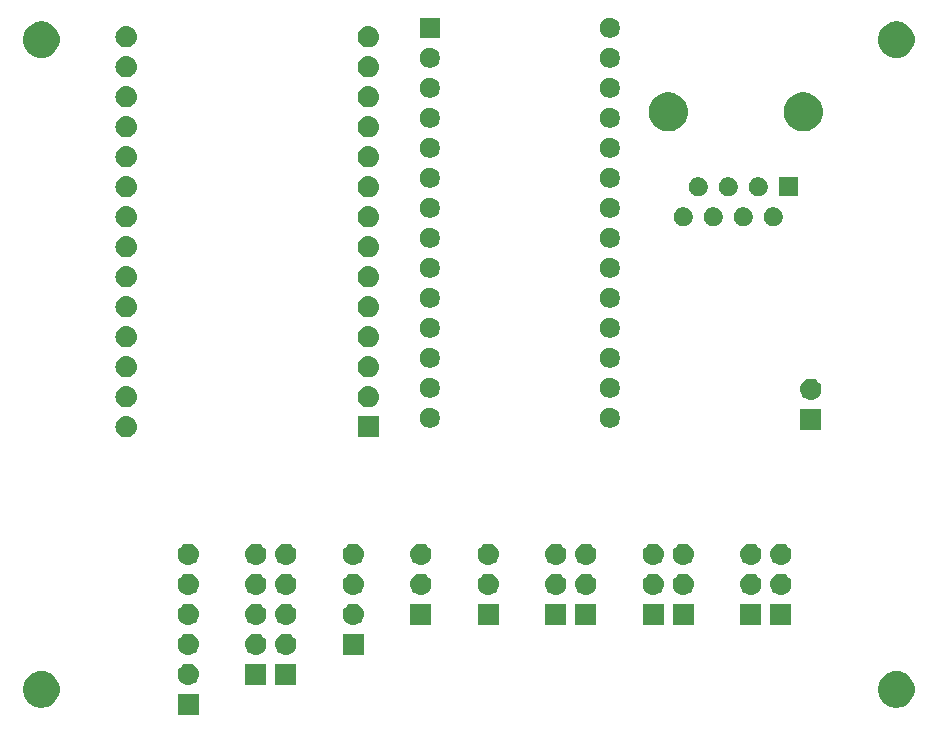
<source format=gbr>
G04 #@! TF.GenerationSoftware,KiCad,Pcbnew,(5.1.2)-2*
G04 #@! TF.CreationDate,2019-09-03T22:16:40-05:00*
G04 #@! TF.ProjectId,ControlBoardT4_Rev1,436f6e74-726f-46c4-926f-61726454345f,rev?*
G04 #@! TF.SameCoordinates,Original*
G04 #@! TF.FileFunction,Soldermask,Top*
G04 #@! TF.FilePolarity,Negative*
%FSLAX46Y46*%
G04 Gerber Fmt 4.6, Leading zero omitted, Abs format (unit mm)*
G04 Created by KiCad (PCBNEW (5.1.2)-2) date 2019-09-03 22:16:40*
%MOMM*%
%LPD*%
G04 APERTURE LIST*
%ADD10C,0.100000*%
G04 APERTURE END LIST*
D10*
G36*
X126631000Y-131076000D02*
G01*
X124829000Y-131076000D01*
X124829000Y-129274000D01*
X126631000Y-129274000D01*
X126631000Y-131076000D01*
X126631000Y-131076000D01*
G37*
G36*
X185976585Y-127392802D02*
G01*
X186126410Y-127422604D01*
X186408674Y-127539521D01*
X186662705Y-127709259D01*
X186878741Y-127925295D01*
X187048479Y-128179326D01*
X187165396Y-128461590D01*
X187225000Y-128761240D01*
X187225000Y-129066760D01*
X187165396Y-129366410D01*
X187048479Y-129648674D01*
X186878741Y-129902705D01*
X186662705Y-130118741D01*
X186408674Y-130288479D01*
X186126410Y-130405396D01*
X185976585Y-130435198D01*
X185826761Y-130465000D01*
X185521239Y-130465000D01*
X185371415Y-130435198D01*
X185221590Y-130405396D01*
X184939326Y-130288479D01*
X184685295Y-130118741D01*
X184469259Y-129902705D01*
X184299521Y-129648674D01*
X184182604Y-129366410D01*
X184123000Y-129066760D01*
X184123000Y-128761240D01*
X184182604Y-128461590D01*
X184299521Y-128179326D01*
X184469259Y-127925295D01*
X184685295Y-127709259D01*
X184939326Y-127539521D01*
X185221590Y-127422604D01*
X185371415Y-127392802D01*
X185521239Y-127363000D01*
X185826761Y-127363000D01*
X185976585Y-127392802D01*
X185976585Y-127392802D01*
G37*
G36*
X113586585Y-127392802D02*
G01*
X113736410Y-127422604D01*
X114018674Y-127539521D01*
X114272705Y-127709259D01*
X114488741Y-127925295D01*
X114658479Y-128179326D01*
X114775396Y-128461590D01*
X114835000Y-128761240D01*
X114835000Y-129066760D01*
X114775396Y-129366410D01*
X114658479Y-129648674D01*
X114488741Y-129902705D01*
X114272705Y-130118741D01*
X114018674Y-130288479D01*
X113736410Y-130405396D01*
X113586585Y-130435198D01*
X113436761Y-130465000D01*
X113131239Y-130465000D01*
X112981415Y-130435198D01*
X112831590Y-130405396D01*
X112549326Y-130288479D01*
X112295295Y-130118741D01*
X112079259Y-129902705D01*
X111909521Y-129648674D01*
X111792604Y-129366410D01*
X111733000Y-129066760D01*
X111733000Y-128761240D01*
X111792604Y-128461590D01*
X111909521Y-128179326D01*
X112079259Y-127925295D01*
X112295295Y-127709259D01*
X112549326Y-127539521D01*
X112831590Y-127422604D01*
X112981415Y-127392802D01*
X113131239Y-127363000D01*
X113436761Y-127363000D01*
X113586585Y-127392802D01*
X113586585Y-127392802D01*
G37*
G36*
X125840442Y-126740518D02*
G01*
X125906627Y-126747037D01*
X126076466Y-126798557D01*
X126232991Y-126882222D01*
X126268729Y-126911552D01*
X126370186Y-126994814D01*
X126453448Y-127096271D01*
X126482778Y-127132009D01*
X126566443Y-127288534D01*
X126617963Y-127458373D01*
X126635359Y-127635000D01*
X126617963Y-127811627D01*
X126566443Y-127981466D01*
X126482778Y-128137991D01*
X126453448Y-128173729D01*
X126370186Y-128275186D01*
X126268729Y-128358448D01*
X126232991Y-128387778D01*
X126076466Y-128471443D01*
X125906627Y-128522963D01*
X125840443Y-128529481D01*
X125774260Y-128536000D01*
X125685740Y-128536000D01*
X125619557Y-128529481D01*
X125553373Y-128522963D01*
X125383534Y-128471443D01*
X125227009Y-128387778D01*
X125191271Y-128358448D01*
X125089814Y-128275186D01*
X125006552Y-128173729D01*
X124977222Y-128137991D01*
X124893557Y-127981466D01*
X124842037Y-127811627D01*
X124824641Y-127635000D01*
X124842037Y-127458373D01*
X124893557Y-127288534D01*
X124977222Y-127132009D01*
X125006552Y-127096271D01*
X125089814Y-126994814D01*
X125191271Y-126911552D01*
X125227009Y-126882222D01*
X125383534Y-126798557D01*
X125553373Y-126747037D01*
X125619558Y-126740518D01*
X125685740Y-126734000D01*
X125774260Y-126734000D01*
X125840442Y-126740518D01*
X125840442Y-126740518D01*
G37*
G36*
X134886000Y-128536000D02*
G01*
X133084000Y-128536000D01*
X133084000Y-126734000D01*
X134886000Y-126734000D01*
X134886000Y-128536000D01*
X134886000Y-128536000D01*
G37*
G36*
X132346000Y-128536000D02*
G01*
X130544000Y-128536000D01*
X130544000Y-126734000D01*
X132346000Y-126734000D01*
X132346000Y-128536000D01*
X132346000Y-128536000D01*
G37*
G36*
X140601000Y-125996000D02*
G01*
X138799000Y-125996000D01*
X138799000Y-124194000D01*
X140601000Y-124194000D01*
X140601000Y-125996000D01*
X140601000Y-125996000D01*
G37*
G36*
X134095442Y-124200518D02*
G01*
X134161627Y-124207037D01*
X134331466Y-124258557D01*
X134487991Y-124342222D01*
X134523729Y-124371552D01*
X134625186Y-124454814D01*
X134708448Y-124556271D01*
X134737778Y-124592009D01*
X134821443Y-124748534D01*
X134872963Y-124918373D01*
X134890359Y-125095000D01*
X134872963Y-125271627D01*
X134821443Y-125441466D01*
X134737778Y-125597991D01*
X134708448Y-125633729D01*
X134625186Y-125735186D01*
X134523729Y-125818448D01*
X134487991Y-125847778D01*
X134331466Y-125931443D01*
X134161627Y-125982963D01*
X134095442Y-125989482D01*
X134029260Y-125996000D01*
X133940740Y-125996000D01*
X133874558Y-125989482D01*
X133808373Y-125982963D01*
X133638534Y-125931443D01*
X133482009Y-125847778D01*
X133446271Y-125818448D01*
X133344814Y-125735186D01*
X133261552Y-125633729D01*
X133232222Y-125597991D01*
X133148557Y-125441466D01*
X133097037Y-125271627D01*
X133079641Y-125095000D01*
X133097037Y-124918373D01*
X133148557Y-124748534D01*
X133232222Y-124592009D01*
X133261552Y-124556271D01*
X133344814Y-124454814D01*
X133446271Y-124371552D01*
X133482009Y-124342222D01*
X133638534Y-124258557D01*
X133808373Y-124207037D01*
X133874558Y-124200518D01*
X133940740Y-124194000D01*
X134029260Y-124194000D01*
X134095442Y-124200518D01*
X134095442Y-124200518D01*
G37*
G36*
X131555442Y-124200518D02*
G01*
X131621627Y-124207037D01*
X131791466Y-124258557D01*
X131947991Y-124342222D01*
X131983729Y-124371552D01*
X132085186Y-124454814D01*
X132168448Y-124556271D01*
X132197778Y-124592009D01*
X132281443Y-124748534D01*
X132332963Y-124918373D01*
X132350359Y-125095000D01*
X132332963Y-125271627D01*
X132281443Y-125441466D01*
X132197778Y-125597991D01*
X132168448Y-125633729D01*
X132085186Y-125735186D01*
X131983729Y-125818448D01*
X131947991Y-125847778D01*
X131791466Y-125931443D01*
X131621627Y-125982963D01*
X131555442Y-125989482D01*
X131489260Y-125996000D01*
X131400740Y-125996000D01*
X131334558Y-125989482D01*
X131268373Y-125982963D01*
X131098534Y-125931443D01*
X130942009Y-125847778D01*
X130906271Y-125818448D01*
X130804814Y-125735186D01*
X130721552Y-125633729D01*
X130692222Y-125597991D01*
X130608557Y-125441466D01*
X130557037Y-125271627D01*
X130539641Y-125095000D01*
X130557037Y-124918373D01*
X130608557Y-124748534D01*
X130692222Y-124592009D01*
X130721552Y-124556271D01*
X130804814Y-124454814D01*
X130906271Y-124371552D01*
X130942009Y-124342222D01*
X131098534Y-124258557D01*
X131268373Y-124207037D01*
X131334558Y-124200518D01*
X131400740Y-124194000D01*
X131489260Y-124194000D01*
X131555442Y-124200518D01*
X131555442Y-124200518D01*
G37*
G36*
X125840442Y-124200518D02*
G01*
X125906627Y-124207037D01*
X126076466Y-124258557D01*
X126232991Y-124342222D01*
X126268729Y-124371552D01*
X126370186Y-124454814D01*
X126453448Y-124556271D01*
X126482778Y-124592009D01*
X126566443Y-124748534D01*
X126617963Y-124918373D01*
X126635359Y-125095000D01*
X126617963Y-125271627D01*
X126566443Y-125441466D01*
X126482778Y-125597991D01*
X126453448Y-125633729D01*
X126370186Y-125735186D01*
X126268729Y-125818448D01*
X126232991Y-125847778D01*
X126076466Y-125931443D01*
X125906627Y-125982963D01*
X125840442Y-125989482D01*
X125774260Y-125996000D01*
X125685740Y-125996000D01*
X125619558Y-125989482D01*
X125553373Y-125982963D01*
X125383534Y-125931443D01*
X125227009Y-125847778D01*
X125191271Y-125818448D01*
X125089814Y-125735186D01*
X125006552Y-125633729D01*
X124977222Y-125597991D01*
X124893557Y-125441466D01*
X124842037Y-125271627D01*
X124824641Y-125095000D01*
X124842037Y-124918373D01*
X124893557Y-124748534D01*
X124977222Y-124592009D01*
X125006552Y-124556271D01*
X125089814Y-124454814D01*
X125191271Y-124371552D01*
X125227009Y-124342222D01*
X125383534Y-124258557D01*
X125553373Y-124207037D01*
X125619558Y-124200518D01*
X125685740Y-124194000D01*
X125774260Y-124194000D01*
X125840442Y-124200518D01*
X125840442Y-124200518D01*
G37*
G36*
X166001000Y-123456000D02*
G01*
X164199000Y-123456000D01*
X164199000Y-121654000D01*
X166001000Y-121654000D01*
X166001000Y-123456000D01*
X166001000Y-123456000D01*
G37*
G36*
X176796000Y-123456000D02*
G01*
X174994000Y-123456000D01*
X174994000Y-121654000D01*
X176796000Y-121654000D01*
X176796000Y-123456000D01*
X176796000Y-123456000D01*
G37*
G36*
X131555442Y-121660518D02*
G01*
X131621627Y-121667037D01*
X131791466Y-121718557D01*
X131947991Y-121802222D01*
X131983729Y-121831552D01*
X132085186Y-121914814D01*
X132168448Y-122016271D01*
X132197778Y-122052009D01*
X132281443Y-122208534D01*
X132332963Y-122378373D01*
X132350359Y-122555000D01*
X132332963Y-122731627D01*
X132281443Y-122901466D01*
X132197778Y-123057991D01*
X132168448Y-123093729D01*
X132085186Y-123195186D01*
X131983729Y-123278448D01*
X131947991Y-123307778D01*
X131791466Y-123391443D01*
X131621627Y-123442963D01*
X131555442Y-123449482D01*
X131489260Y-123456000D01*
X131400740Y-123456000D01*
X131334558Y-123449482D01*
X131268373Y-123442963D01*
X131098534Y-123391443D01*
X130942009Y-123307778D01*
X130906271Y-123278448D01*
X130804814Y-123195186D01*
X130721552Y-123093729D01*
X130692222Y-123057991D01*
X130608557Y-122901466D01*
X130557037Y-122731627D01*
X130539641Y-122555000D01*
X130557037Y-122378373D01*
X130608557Y-122208534D01*
X130692222Y-122052009D01*
X130721552Y-122016271D01*
X130804814Y-121914814D01*
X130906271Y-121831552D01*
X130942009Y-121802222D01*
X131098534Y-121718557D01*
X131268373Y-121667037D01*
X131334558Y-121660518D01*
X131400740Y-121654000D01*
X131489260Y-121654000D01*
X131555442Y-121660518D01*
X131555442Y-121660518D01*
G37*
G36*
X134095442Y-121660518D02*
G01*
X134161627Y-121667037D01*
X134331466Y-121718557D01*
X134487991Y-121802222D01*
X134523729Y-121831552D01*
X134625186Y-121914814D01*
X134708448Y-122016271D01*
X134737778Y-122052009D01*
X134821443Y-122208534D01*
X134872963Y-122378373D01*
X134890359Y-122555000D01*
X134872963Y-122731627D01*
X134821443Y-122901466D01*
X134737778Y-123057991D01*
X134708448Y-123093729D01*
X134625186Y-123195186D01*
X134523729Y-123278448D01*
X134487991Y-123307778D01*
X134331466Y-123391443D01*
X134161627Y-123442963D01*
X134095442Y-123449482D01*
X134029260Y-123456000D01*
X133940740Y-123456000D01*
X133874558Y-123449482D01*
X133808373Y-123442963D01*
X133638534Y-123391443D01*
X133482009Y-123307778D01*
X133446271Y-123278448D01*
X133344814Y-123195186D01*
X133261552Y-123093729D01*
X133232222Y-123057991D01*
X133148557Y-122901466D01*
X133097037Y-122731627D01*
X133079641Y-122555000D01*
X133097037Y-122378373D01*
X133148557Y-122208534D01*
X133232222Y-122052009D01*
X133261552Y-122016271D01*
X133344814Y-121914814D01*
X133446271Y-121831552D01*
X133482009Y-121802222D01*
X133638534Y-121718557D01*
X133808373Y-121667037D01*
X133874558Y-121660518D01*
X133940740Y-121654000D01*
X134029260Y-121654000D01*
X134095442Y-121660518D01*
X134095442Y-121660518D01*
G37*
G36*
X174256000Y-123456000D02*
G01*
X172454000Y-123456000D01*
X172454000Y-121654000D01*
X174256000Y-121654000D01*
X174256000Y-123456000D01*
X174256000Y-123456000D01*
G37*
G36*
X139810442Y-121660518D02*
G01*
X139876627Y-121667037D01*
X140046466Y-121718557D01*
X140202991Y-121802222D01*
X140238729Y-121831552D01*
X140340186Y-121914814D01*
X140423448Y-122016271D01*
X140452778Y-122052009D01*
X140536443Y-122208534D01*
X140587963Y-122378373D01*
X140605359Y-122555000D01*
X140587963Y-122731627D01*
X140536443Y-122901466D01*
X140452778Y-123057991D01*
X140423448Y-123093729D01*
X140340186Y-123195186D01*
X140238729Y-123278448D01*
X140202991Y-123307778D01*
X140046466Y-123391443D01*
X139876627Y-123442963D01*
X139810442Y-123449482D01*
X139744260Y-123456000D01*
X139655740Y-123456000D01*
X139589558Y-123449482D01*
X139523373Y-123442963D01*
X139353534Y-123391443D01*
X139197009Y-123307778D01*
X139161271Y-123278448D01*
X139059814Y-123195186D01*
X138976552Y-123093729D01*
X138947222Y-123057991D01*
X138863557Y-122901466D01*
X138812037Y-122731627D01*
X138794641Y-122555000D01*
X138812037Y-122378373D01*
X138863557Y-122208534D01*
X138947222Y-122052009D01*
X138976552Y-122016271D01*
X139059814Y-121914814D01*
X139161271Y-121831552D01*
X139197009Y-121802222D01*
X139353534Y-121718557D01*
X139523373Y-121667037D01*
X139589558Y-121660518D01*
X139655740Y-121654000D01*
X139744260Y-121654000D01*
X139810442Y-121660518D01*
X139810442Y-121660518D01*
G37*
G36*
X168541000Y-123456000D02*
G01*
X166739000Y-123456000D01*
X166739000Y-121654000D01*
X168541000Y-121654000D01*
X168541000Y-123456000D01*
X168541000Y-123456000D01*
G37*
G36*
X146316000Y-123456000D02*
G01*
X144514000Y-123456000D01*
X144514000Y-121654000D01*
X146316000Y-121654000D01*
X146316000Y-123456000D01*
X146316000Y-123456000D01*
G37*
G36*
X160286000Y-123456000D02*
G01*
X158484000Y-123456000D01*
X158484000Y-121654000D01*
X160286000Y-121654000D01*
X160286000Y-123456000D01*
X160286000Y-123456000D01*
G37*
G36*
X125840442Y-121660518D02*
G01*
X125906627Y-121667037D01*
X126076466Y-121718557D01*
X126232991Y-121802222D01*
X126268729Y-121831552D01*
X126370186Y-121914814D01*
X126453448Y-122016271D01*
X126482778Y-122052009D01*
X126566443Y-122208534D01*
X126617963Y-122378373D01*
X126635359Y-122555000D01*
X126617963Y-122731627D01*
X126566443Y-122901466D01*
X126482778Y-123057991D01*
X126453448Y-123093729D01*
X126370186Y-123195186D01*
X126268729Y-123278448D01*
X126232991Y-123307778D01*
X126076466Y-123391443D01*
X125906627Y-123442963D01*
X125840442Y-123449482D01*
X125774260Y-123456000D01*
X125685740Y-123456000D01*
X125619558Y-123449482D01*
X125553373Y-123442963D01*
X125383534Y-123391443D01*
X125227009Y-123307778D01*
X125191271Y-123278448D01*
X125089814Y-123195186D01*
X125006552Y-123093729D01*
X124977222Y-123057991D01*
X124893557Y-122901466D01*
X124842037Y-122731627D01*
X124824641Y-122555000D01*
X124842037Y-122378373D01*
X124893557Y-122208534D01*
X124977222Y-122052009D01*
X125006552Y-122016271D01*
X125089814Y-121914814D01*
X125191271Y-121831552D01*
X125227009Y-121802222D01*
X125383534Y-121718557D01*
X125553373Y-121667037D01*
X125619558Y-121660518D01*
X125685740Y-121654000D01*
X125774260Y-121654000D01*
X125840442Y-121660518D01*
X125840442Y-121660518D01*
G37*
G36*
X152031000Y-123456000D02*
G01*
X150229000Y-123456000D01*
X150229000Y-121654000D01*
X152031000Y-121654000D01*
X152031000Y-123456000D01*
X152031000Y-123456000D01*
G37*
G36*
X157746000Y-123456000D02*
G01*
X155944000Y-123456000D01*
X155944000Y-121654000D01*
X157746000Y-121654000D01*
X157746000Y-123456000D01*
X157746000Y-123456000D01*
G37*
G36*
X165210443Y-119120519D02*
G01*
X165276627Y-119127037D01*
X165446466Y-119178557D01*
X165602991Y-119262222D01*
X165638729Y-119291552D01*
X165740186Y-119374814D01*
X165823448Y-119476271D01*
X165852778Y-119512009D01*
X165936443Y-119668534D01*
X165987963Y-119838373D01*
X166005359Y-120015000D01*
X165987963Y-120191627D01*
X165936443Y-120361466D01*
X165852778Y-120517991D01*
X165823448Y-120553729D01*
X165740186Y-120655186D01*
X165638729Y-120738448D01*
X165602991Y-120767778D01*
X165446466Y-120851443D01*
X165276627Y-120902963D01*
X165210442Y-120909482D01*
X165144260Y-120916000D01*
X165055740Y-120916000D01*
X164989558Y-120909482D01*
X164923373Y-120902963D01*
X164753534Y-120851443D01*
X164597009Y-120767778D01*
X164561271Y-120738448D01*
X164459814Y-120655186D01*
X164376552Y-120553729D01*
X164347222Y-120517991D01*
X164263557Y-120361466D01*
X164212037Y-120191627D01*
X164194641Y-120015000D01*
X164212037Y-119838373D01*
X164263557Y-119668534D01*
X164347222Y-119512009D01*
X164376552Y-119476271D01*
X164459814Y-119374814D01*
X164561271Y-119291552D01*
X164597009Y-119262222D01*
X164753534Y-119178557D01*
X164923373Y-119127037D01*
X164989557Y-119120519D01*
X165055740Y-119114000D01*
X165144260Y-119114000D01*
X165210443Y-119120519D01*
X165210443Y-119120519D01*
G37*
G36*
X167750443Y-119120519D02*
G01*
X167816627Y-119127037D01*
X167986466Y-119178557D01*
X168142991Y-119262222D01*
X168178729Y-119291552D01*
X168280186Y-119374814D01*
X168363448Y-119476271D01*
X168392778Y-119512009D01*
X168476443Y-119668534D01*
X168527963Y-119838373D01*
X168545359Y-120015000D01*
X168527963Y-120191627D01*
X168476443Y-120361466D01*
X168392778Y-120517991D01*
X168363448Y-120553729D01*
X168280186Y-120655186D01*
X168178729Y-120738448D01*
X168142991Y-120767778D01*
X167986466Y-120851443D01*
X167816627Y-120902963D01*
X167750442Y-120909482D01*
X167684260Y-120916000D01*
X167595740Y-120916000D01*
X167529558Y-120909482D01*
X167463373Y-120902963D01*
X167293534Y-120851443D01*
X167137009Y-120767778D01*
X167101271Y-120738448D01*
X166999814Y-120655186D01*
X166916552Y-120553729D01*
X166887222Y-120517991D01*
X166803557Y-120361466D01*
X166752037Y-120191627D01*
X166734641Y-120015000D01*
X166752037Y-119838373D01*
X166803557Y-119668534D01*
X166887222Y-119512009D01*
X166916552Y-119476271D01*
X166999814Y-119374814D01*
X167101271Y-119291552D01*
X167137009Y-119262222D01*
X167293534Y-119178557D01*
X167463373Y-119127037D01*
X167529557Y-119120519D01*
X167595740Y-119114000D01*
X167684260Y-119114000D01*
X167750443Y-119120519D01*
X167750443Y-119120519D01*
G37*
G36*
X156955443Y-119120519D02*
G01*
X157021627Y-119127037D01*
X157191466Y-119178557D01*
X157347991Y-119262222D01*
X157383729Y-119291552D01*
X157485186Y-119374814D01*
X157568448Y-119476271D01*
X157597778Y-119512009D01*
X157681443Y-119668534D01*
X157732963Y-119838373D01*
X157750359Y-120015000D01*
X157732963Y-120191627D01*
X157681443Y-120361466D01*
X157597778Y-120517991D01*
X157568448Y-120553729D01*
X157485186Y-120655186D01*
X157383729Y-120738448D01*
X157347991Y-120767778D01*
X157191466Y-120851443D01*
X157021627Y-120902963D01*
X156955442Y-120909482D01*
X156889260Y-120916000D01*
X156800740Y-120916000D01*
X156734558Y-120909482D01*
X156668373Y-120902963D01*
X156498534Y-120851443D01*
X156342009Y-120767778D01*
X156306271Y-120738448D01*
X156204814Y-120655186D01*
X156121552Y-120553729D01*
X156092222Y-120517991D01*
X156008557Y-120361466D01*
X155957037Y-120191627D01*
X155939641Y-120015000D01*
X155957037Y-119838373D01*
X156008557Y-119668534D01*
X156092222Y-119512009D01*
X156121552Y-119476271D01*
X156204814Y-119374814D01*
X156306271Y-119291552D01*
X156342009Y-119262222D01*
X156498534Y-119178557D01*
X156668373Y-119127037D01*
X156734557Y-119120519D01*
X156800740Y-119114000D01*
X156889260Y-119114000D01*
X156955443Y-119120519D01*
X156955443Y-119120519D01*
G37*
G36*
X159495443Y-119120519D02*
G01*
X159561627Y-119127037D01*
X159731466Y-119178557D01*
X159887991Y-119262222D01*
X159923729Y-119291552D01*
X160025186Y-119374814D01*
X160108448Y-119476271D01*
X160137778Y-119512009D01*
X160221443Y-119668534D01*
X160272963Y-119838373D01*
X160290359Y-120015000D01*
X160272963Y-120191627D01*
X160221443Y-120361466D01*
X160137778Y-120517991D01*
X160108448Y-120553729D01*
X160025186Y-120655186D01*
X159923729Y-120738448D01*
X159887991Y-120767778D01*
X159731466Y-120851443D01*
X159561627Y-120902963D01*
X159495442Y-120909482D01*
X159429260Y-120916000D01*
X159340740Y-120916000D01*
X159274558Y-120909482D01*
X159208373Y-120902963D01*
X159038534Y-120851443D01*
X158882009Y-120767778D01*
X158846271Y-120738448D01*
X158744814Y-120655186D01*
X158661552Y-120553729D01*
X158632222Y-120517991D01*
X158548557Y-120361466D01*
X158497037Y-120191627D01*
X158479641Y-120015000D01*
X158497037Y-119838373D01*
X158548557Y-119668534D01*
X158632222Y-119512009D01*
X158661552Y-119476271D01*
X158744814Y-119374814D01*
X158846271Y-119291552D01*
X158882009Y-119262222D01*
X159038534Y-119178557D01*
X159208373Y-119127037D01*
X159274557Y-119120519D01*
X159340740Y-119114000D01*
X159429260Y-119114000D01*
X159495443Y-119120519D01*
X159495443Y-119120519D01*
G37*
G36*
X125840443Y-119120519D02*
G01*
X125906627Y-119127037D01*
X126076466Y-119178557D01*
X126232991Y-119262222D01*
X126268729Y-119291552D01*
X126370186Y-119374814D01*
X126453448Y-119476271D01*
X126482778Y-119512009D01*
X126566443Y-119668534D01*
X126617963Y-119838373D01*
X126635359Y-120015000D01*
X126617963Y-120191627D01*
X126566443Y-120361466D01*
X126482778Y-120517991D01*
X126453448Y-120553729D01*
X126370186Y-120655186D01*
X126268729Y-120738448D01*
X126232991Y-120767778D01*
X126076466Y-120851443D01*
X125906627Y-120902963D01*
X125840442Y-120909482D01*
X125774260Y-120916000D01*
X125685740Y-120916000D01*
X125619558Y-120909482D01*
X125553373Y-120902963D01*
X125383534Y-120851443D01*
X125227009Y-120767778D01*
X125191271Y-120738448D01*
X125089814Y-120655186D01*
X125006552Y-120553729D01*
X124977222Y-120517991D01*
X124893557Y-120361466D01*
X124842037Y-120191627D01*
X124824641Y-120015000D01*
X124842037Y-119838373D01*
X124893557Y-119668534D01*
X124977222Y-119512009D01*
X125006552Y-119476271D01*
X125089814Y-119374814D01*
X125191271Y-119291552D01*
X125227009Y-119262222D01*
X125383534Y-119178557D01*
X125553373Y-119127037D01*
X125619557Y-119120519D01*
X125685740Y-119114000D01*
X125774260Y-119114000D01*
X125840443Y-119120519D01*
X125840443Y-119120519D01*
G37*
G36*
X134095443Y-119120519D02*
G01*
X134161627Y-119127037D01*
X134331466Y-119178557D01*
X134487991Y-119262222D01*
X134523729Y-119291552D01*
X134625186Y-119374814D01*
X134708448Y-119476271D01*
X134737778Y-119512009D01*
X134821443Y-119668534D01*
X134872963Y-119838373D01*
X134890359Y-120015000D01*
X134872963Y-120191627D01*
X134821443Y-120361466D01*
X134737778Y-120517991D01*
X134708448Y-120553729D01*
X134625186Y-120655186D01*
X134523729Y-120738448D01*
X134487991Y-120767778D01*
X134331466Y-120851443D01*
X134161627Y-120902963D01*
X134095442Y-120909482D01*
X134029260Y-120916000D01*
X133940740Y-120916000D01*
X133874558Y-120909482D01*
X133808373Y-120902963D01*
X133638534Y-120851443D01*
X133482009Y-120767778D01*
X133446271Y-120738448D01*
X133344814Y-120655186D01*
X133261552Y-120553729D01*
X133232222Y-120517991D01*
X133148557Y-120361466D01*
X133097037Y-120191627D01*
X133079641Y-120015000D01*
X133097037Y-119838373D01*
X133148557Y-119668534D01*
X133232222Y-119512009D01*
X133261552Y-119476271D01*
X133344814Y-119374814D01*
X133446271Y-119291552D01*
X133482009Y-119262222D01*
X133638534Y-119178557D01*
X133808373Y-119127037D01*
X133874557Y-119120519D01*
X133940740Y-119114000D01*
X134029260Y-119114000D01*
X134095443Y-119120519D01*
X134095443Y-119120519D01*
G37*
G36*
X151240443Y-119120519D02*
G01*
X151306627Y-119127037D01*
X151476466Y-119178557D01*
X151632991Y-119262222D01*
X151668729Y-119291552D01*
X151770186Y-119374814D01*
X151853448Y-119476271D01*
X151882778Y-119512009D01*
X151966443Y-119668534D01*
X152017963Y-119838373D01*
X152035359Y-120015000D01*
X152017963Y-120191627D01*
X151966443Y-120361466D01*
X151882778Y-120517991D01*
X151853448Y-120553729D01*
X151770186Y-120655186D01*
X151668729Y-120738448D01*
X151632991Y-120767778D01*
X151476466Y-120851443D01*
X151306627Y-120902963D01*
X151240442Y-120909482D01*
X151174260Y-120916000D01*
X151085740Y-120916000D01*
X151019558Y-120909482D01*
X150953373Y-120902963D01*
X150783534Y-120851443D01*
X150627009Y-120767778D01*
X150591271Y-120738448D01*
X150489814Y-120655186D01*
X150406552Y-120553729D01*
X150377222Y-120517991D01*
X150293557Y-120361466D01*
X150242037Y-120191627D01*
X150224641Y-120015000D01*
X150242037Y-119838373D01*
X150293557Y-119668534D01*
X150377222Y-119512009D01*
X150406552Y-119476271D01*
X150489814Y-119374814D01*
X150591271Y-119291552D01*
X150627009Y-119262222D01*
X150783534Y-119178557D01*
X150953373Y-119127037D01*
X151019557Y-119120519D01*
X151085740Y-119114000D01*
X151174260Y-119114000D01*
X151240443Y-119120519D01*
X151240443Y-119120519D01*
G37*
G36*
X131555443Y-119120519D02*
G01*
X131621627Y-119127037D01*
X131791466Y-119178557D01*
X131947991Y-119262222D01*
X131983729Y-119291552D01*
X132085186Y-119374814D01*
X132168448Y-119476271D01*
X132197778Y-119512009D01*
X132281443Y-119668534D01*
X132332963Y-119838373D01*
X132350359Y-120015000D01*
X132332963Y-120191627D01*
X132281443Y-120361466D01*
X132197778Y-120517991D01*
X132168448Y-120553729D01*
X132085186Y-120655186D01*
X131983729Y-120738448D01*
X131947991Y-120767778D01*
X131791466Y-120851443D01*
X131621627Y-120902963D01*
X131555442Y-120909482D01*
X131489260Y-120916000D01*
X131400740Y-120916000D01*
X131334558Y-120909482D01*
X131268373Y-120902963D01*
X131098534Y-120851443D01*
X130942009Y-120767778D01*
X130906271Y-120738448D01*
X130804814Y-120655186D01*
X130721552Y-120553729D01*
X130692222Y-120517991D01*
X130608557Y-120361466D01*
X130557037Y-120191627D01*
X130539641Y-120015000D01*
X130557037Y-119838373D01*
X130608557Y-119668534D01*
X130692222Y-119512009D01*
X130721552Y-119476271D01*
X130804814Y-119374814D01*
X130906271Y-119291552D01*
X130942009Y-119262222D01*
X131098534Y-119178557D01*
X131268373Y-119127037D01*
X131334557Y-119120519D01*
X131400740Y-119114000D01*
X131489260Y-119114000D01*
X131555443Y-119120519D01*
X131555443Y-119120519D01*
G37*
G36*
X173465443Y-119120519D02*
G01*
X173531627Y-119127037D01*
X173701466Y-119178557D01*
X173857991Y-119262222D01*
X173893729Y-119291552D01*
X173995186Y-119374814D01*
X174078448Y-119476271D01*
X174107778Y-119512009D01*
X174191443Y-119668534D01*
X174242963Y-119838373D01*
X174260359Y-120015000D01*
X174242963Y-120191627D01*
X174191443Y-120361466D01*
X174107778Y-120517991D01*
X174078448Y-120553729D01*
X173995186Y-120655186D01*
X173893729Y-120738448D01*
X173857991Y-120767778D01*
X173701466Y-120851443D01*
X173531627Y-120902963D01*
X173465442Y-120909482D01*
X173399260Y-120916000D01*
X173310740Y-120916000D01*
X173244558Y-120909482D01*
X173178373Y-120902963D01*
X173008534Y-120851443D01*
X172852009Y-120767778D01*
X172816271Y-120738448D01*
X172714814Y-120655186D01*
X172631552Y-120553729D01*
X172602222Y-120517991D01*
X172518557Y-120361466D01*
X172467037Y-120191627D01*
X172449641Y-120015000D01*
X172467037Y-119838373D01*
X172518557Y-119668534D01*
X172602222Y-119512009D01*
X172631552Y-119476271D01*
X172714814Y-119374814D01*
X172816271Y-119291552D01*
X172852009Y-119262222D01*
X173008534Y-119178557D01*
X173178373Y-119127037D01*
X173244557Y-119120519D01*
X173310740Y-119114000D01*
X173399260Y-119114000D01*
X173465443Y-119120519D01*
X173465443Y-119120519D01*
G37*
G36*
X176005443Y-119120519D02*
G01*
X176071627Y-119127037D01*
X176241466Y-119178557D01*
X176397991Y-119262222D01*
X176433729Y-119291552D01*
X176535186Y-119374814D01*
X176618448Y-119476271D01*
X176647778Y-119512009D01*
X176731443Y-119668534D01*
X176782963Y-119838373D01*
X176800359Y-120015000D01*
X176782963Y-120191627D01*
X176731443Y-120361466D01*
X176647778Y-120517991D01*
X176618448Y-120553729D01*
X176535186Y-120655186D01*
X176433729Y-120738448D01*
X176397991Y-120767778D01*
X176241466Y-120851443D01*
X176071627Y-120902963D01*
X176005442Y-120909482D01*
X175939260Y-120916000D01*
X175850740Y-120916000D01*
X175784558Y-120909482D01*
X175718373Y-120902963D01*
X175548534Y-120851443D01*
X175392009Y-120767778D01*
X175356271Y-120738448D01*
X175254814Y-120655186D01*
X175171552Y-120553729D01*
X175142222Y-120517991D01*
X175058557Y-120361466D01*
X175007037Y-120191627D01*
X174989641Y-120015000D01*
X175007037Y-119838373D01*
X175058557Y-119668534D01*
X175142222Y-119512009D01*
X175171552Y-119476271D01*
X175254814Y-119374814D01*
X175356271Y-119291552D01*
X175392009Y-119262222D01*
X175548534Y-119178557D01*
X175718373Y-119127037D01*
X175784557Y-119120519D01*
X175850740Y-119114000D01*
X175939260Y-119114000D01*
X176005443Y-119120519D01*
X176005443Y-119120519D01*
G37*
G36*
X145525443Y-119120519D02*
G01*
X145591627Y-119127037D01*
X145761466Y-119178557D01*
X145917991Y-119262222D01*
X145953729Y-119291552D01*
X146055186Y-119374814D01*
X146138448Y-119476271D01*
X146167778Y-119512009D01*
X146251443Y-119668534D01*
X146302963Y-119838373D01*
X146320359Y-120015000D01*
X146302963Y-120191627D01*
X146251443Y-120361466D01*
X146167778Y-120517991D01*
X146138448Y-120553729D01*
X146055186Y-120655186D01*
X145953729Y-120738448D01*
X145917991Y-120767778D01*
X145761466Y-120851443D01*
X145591627Y-120902963D01*
X145525442Y-120909482D01*
X145459260Y-120916000D01*
X145370740Y-120916000D01*
X145304558Y-120909482D01*
X145238373Y-120902963D01*
X145068534Y-120851443D01*
X144912009Y-120767778D01*
X144876271Y-120738448D01*
X144774814Y-120655186D01*
X144691552Y-120553729D01*
X144662222Y-120517991D01*
X144578557Y-120361466D01*
X144527037Y-120191627D01*
X144509641Y-120015000D01*
X144527037Y-119838373D01*
X144578557Y-119668534D01*
X144662222Y-119512009D01*
X144691552Y-119476271D01*
X144774814Y-119374814D01*
X144876271Y-119291552D01*
X144912009Y-119262222D01*
X145068534Y-119178557D01*
X145238373Y-119127037D01*
X145304557Y-119120519D01*
X145370740Y-119114000D01*
X145459260Y-119114000D01*
X145525443Y-119120519D01*
X145525443Y-119120519D01*
G37*
G36*
X139810443Y-119120519D02*
G01*
X139876627Y-119127037D01*
X140046466Y-119178557D01*
X140202991Y-119262222D01*
X140238729Y-119291552D01*
X140340186Y-119374814D01*
X140423448Y-119476271D01*
X140452778Y-119512009D01*
X140536443Y-119668534D01*
X140587963Y-119838373D01*
X140605359Y-120015000D01*
X140587963Y-120191627D01*
X140536443Y-120361466D01*
X140452778Y-120517991D01*
X140423448Y-120553729D01*
X140340186Y-120655186D01*
X140238729Y-120738448D01*
X140202991Y-120767778D01*
X140046466Y-120851443D01*
X139876627Y-120902963D01*
X139810442Y-120909482D01*
X139744260Y-120916000D01*
X139655740Y-120916000D01*
X139589558Y-120909482D01*
X139523373Y-120902963D01*
X139353534Y-120851443D01*
X139197009Y-120767778D01*
X139161271Y-120738448D01*
X139059814Y-120655186D01*
X138976552Y-120553729D01*
X138947222Y-120517991D01*
X138863557Y-120361466D01*
X138812037Y-120191627D01*
X138794641Y-120015000D01*
X138812037Y-119838373D01*
X138863557Y-119668534D01*
X138947222Y-119512009D01*
X138976552Y-119476271D01*
X139059814Y-119374814D01*
X139161271Y-119291552D01*
X139197009Y-119262222D01*
X139353534Y-119178557D01*
X139523373Y-119127037D01*
X139589557Y-119120519D01*
X139655740Y-119114000D01*
X139744260Y-119114000D01*
X139810443Y-119120519D01*
X139810443Y-119120519D01*
G37*
G36*
X139810443Y-116580519D02*
G01*
X139876627Y-116587037D01*
X140046466Y-116638557D01*
X140202991Y-116722222D01*
X140238729Y-116751552D01*
X140340186Y-116834814D01*
X140423448Y-116936271D01*
X140452778Y-116972009D01*
X140536443Y-117128534D01*
X140587963Y-117298373D01*
X140605359Y-117475000D01*
X140587963Y-117651627D01*
X140536443Y-117821466D01*
X140452778Y-117977991D01*
X140423448Y-118013729D01*
X140340186Y-118115186D01*
X140238729Y-118198448D01*
X140202991Y-118227778D01*
X140046466Y-118311443D01*
X139876627Y-118362963D01*
X139810442Y-118369482D01*
X139744260Y-118376000D01*
X139655740Y-118376000D01*
X139589558Y-118369482D01*
X139523373Y-118362963D01*
X139353534Y-118311443D01*
X139197009Y-118227778D01*
X139161271Y-118198448D01*
X139059814Y-118115186D01*
X138976552Y-118013729D01*
X138947222Y-117977991D01*
X138863557Y-117821466D01*
X138812037Y-117651627D01*
X138794641Y-117475000D01*
X138812037Y-117298373D01*
X138863557Y-117128534D01*
X138947222Y-116972009D01*
X138976552Y-116936271D01*
X139059814Y-116834814D01*
X139161271Y-116751552D01*
X139197009Y-116722222D01*
X139353534Y-116638557D01*
X139523373Y-116587037D01*
X139589557Y-116580519D01*
X139655740Y-116574000D01*
X139744260Y-116574000D01*
X139810443Y-116580519D01*
X139810443Y-116580519D01*
G37*
G36*
X125840443Y-116580519D02*
G01*
X125906627Y-116587037D01*
X126076466Y-116638557D01*
X126232991Y-116722222D01*
X126268729Y-116751552D01*
X126370186Y-116834814D01*
X126453448Y-116936271D01*
X126482778Y-116972009D01*
X126566443Y-117128534D01*
X126617963Y-117298373D01*
X126635359Y-117475000D01*
X126617963Y-117651627D01*
X126566443Y-117821466D01*
X126482778Y-117977991D01*
X126453448Y-118013729D01*
X126370186Y-118115186D01*
X126268729Y-118198448D01*
X126232991Y-118227778D01*
X126076466Y-118311443D01*
X125906627Y-118362963D01*
X125840442Y-118369482D01*
X125774260Y-118376000D01*
X125685740Y-118376000D01*
X125619558Y-118369482D01*
X125553373Y-118362963D01*
X125383534Y-118311443D01*
X125227009Y-118227778D01*
X125191271Y-118198448D01*
X125089814Y-118115186D01*
X125006552Y-118013729D01*
X124977222Y-117977991D01*
X124893557Y-117821466D01*
X124842037Y-117651627D01*
X124824641Y-117475000D01*
X124842037Y-117298373D01*
X124893557Y-117128534D01*
X124977222Y-116972009D01*
X125006552Y-116936271D01*
X125089814Y-116834814D01*
X125191271Y-116751552D01*
X125227009Y-116722222D01*
X125383534Y-116638557D01*
X125553373Y-116587037D01*
X125619557Y-116580519D01*
X125685740Y-116574000D01*
X125774260Y-116574000D01*
X125840443Y-116580519D01*
X125840443Y-116580519D01*
G37*
G36*
X134095443Y-116580519D02*
G01*
X134161627Y-116587037D01*
X134331466Y-116638557D01*
X134487991Y-116722222D01*
X134523729Y-116751552D01*
X134625186Y-116834814D01*
X134708448Y-116936271D01*
X134737778Y-116972009D01*
X134821443Y-117128534D01*
X134872963Y-117298373D01*
X134890359Y-117475000D01*
X134872963Y-117651627D01*
X134821443Y-117821466D01*
X134737778Y-117977991D01*
X134708448Y-118013729D01*
X134625186Y-118115186D01*
X134523729Y-118198448D01*
X134487991Y-118227778D01*
X134331466Y-118311443D01*
X134161627Y-118362963D01*
X134095442Y-118369482D01*
X134029260Y-118376000D01*
X133940740Y-118376000D01*
X133874558Y-118369482D01*
X133808373Y-118362963D01*
X133638534Y-118311443D01*
X133482009Y-118227778D01*
X133446271Y-118198448D01*
X133344814Y-118115186D01*
X133261552Y-118013729D01*
X133232222Y-117977991D01*
X133148557Y-117821466D01*
X133097037Y-117651627D01*
X133079641Y-117475000D01*
X133097037Y-117298373D01*
X133148557Y-117128534D01*
X133232222Y-116972009D01*
X133261552Y-116936271D01*
X133344814Y-116834814D01*
X133446271Y-116751552D01*
X133482009Y-116722222D01*
X133638534Y-116638557D01*
X133808373Y-116587037D01*
X133874557Y-116580519D01*
X133940740Y-116574000D01*
X134029260Y-116574000D01*
X134095443Y-116580519D01*
X134095443Y-116580519D01*
G37*
G36*
X151240443Y-116580519D02*
G01*
X151306627Y-116587037D01*
X151476466Y-116638557D01*
X151632991Y-116722222D01*
X151668729Y-116751552D01*
X151770186Y-116834814D01*
X151853448Y-116936271D01*
X151882778Y-116972009D01*
X151966443Y-117128534D01*
X152017963Y-117298373D01*
X152035359Y-117475000D01*
X152017963Y-117651627D01*
X151966443Y-117821466D01*
X151882778Y-117977991D01*
X151853448Y-118013729D01*
X151770186Y-118115186D01*
X151668729Y-118198448D01*
X151632991Y-118227778D01*
X151476466Y-118311443D01*
X151306627Y-118362963D01*
X151240442Y-118369482D01*
X151174260Y-118376000D01*
X151085740Y-118376000D01*
X151019558Y-118369482D01*
X150953373Y-118362963D01*
X150783534Y-118311443D01*
X150627009Y-118227778D01*
X150591271Y-118198448D01*
X150489814Y-118115186D01*
X150406552Y-118013729D01*
X150377222Y-117977991D01*
X150293557Y-117821466D01*
X150242037Y-117651627D01*
X150224641Y-117475000D01*
X150242037Y-117298373D01*
X150293557Y-117128534D01*
X150377222Y-116972009D01*
X150406552Y-116936271D01*
X150489814Y-116834814D01*
X150591271Y-116751552D01*
X150627009Y-116722222D01*
X150783534Y-116638557D01*
X150953373Y-116587037D01*
X151019557Y-116580519D01*
X151085740Y-116574000D01*
X151174260Y-116574000D01*
X151240443Y-116580519D01*
X151240443Y-116580519D01*
G37*
G36*
X173465443Y-116580519D02*
G01*
X173531627Y-116587037D01*
X173701466Y-116638557D01*
X173857991Y-116722222D01*
X173893729Y-116751552D01*
X173995186Y-116834814D01*
X174078448Y-116936271D01*
X174107778Y-116972009D01*
X174191443Y-117128534D01*
X174242963Y-117298373D01*
X174260359Y-117475000D01*
X174242963Y-117651627D01*
X174191443Y-117821466D01*
X174107778Y-117977991D01*
X174078448Y-118013729D01*
X173995186Y-118115186D01*
X173893729Y-118198448D01*
X173857991Y-118227778D01*
X173701466Y-118311443D01*
X173531627Y-118362963D01*
X173465442Y-118369482D01*
X173399260Y-118376000D01*
X173310740Y-118376000D01*
X173244558Y-118369482D01*
X173178373Y-118362963D01*
X173008534Y-118311443D01*
X172852009Y-118227778D01*
X172816271Y-118198448D01*
X172714814Y-118115186D01*
X172631552Y-118013729D01*
X172602222Y-117977991D01*
X172518557Y-117821466D01*
X172467037Y-117651627D01*
X172449641Y-117475000D01*
X172467037Y-117298373D01*
X172518557Y-117128534D01*
X172602222Y-116972009D01*
X172631552Y-116936271D01*
X172714814Y-116834814D01*
X172816271Y-116751552D01*
X172852009Y-116722222D01*
X173008534Y-116638557D01*
X173178373Y-116587037D01*
X173244557Y-116580519D01*
X173310740Y-116574000D01*
X173399260Y-116574000D01*
X173465443Y-116580519D01*
X173465443Y-116580519D01*
G37*
G36*
X176005443Y-116580519D02*
G01*
X176071627Y-116587037D01*
X176241466Y-116638557D01*
X176397991Y-116722222D01*
X176433729Y-116751552D01*
X176535186Y-116834814D01*
X176618448Y-116936271D01*
X176647778Y-116972009D01*
X176731443Y-117128534D01*
X176782963Y-117298373D01*
X176800359Y-117475000D01*
X176782963Y-117651627D01*
X176731443Y-117821466D01*
X176647778Y-117977991D01*
X176618448Y-118013729D01*
X176535186Y-118115186D01*
X176433729Y-118198448D01*
X176397991Y-118227778D01*
X176241466Y-118311443D01*
X176071627Y-118362963D01*
X176005442Y-118369482D01*
X175939260Y-118376000D01*
X175850740Y-118376000D01*
X175784558Y-118369482D01*
X175718373Y-118362963D01*
X175548534Y-118311443D01*
X175392009Y-118227778D01*
X175356271Y-118198448D01*
X175254814Y-118115186D01*
X175171552Y-118013729D01*
X175142222Y-117977991D01*
X175058557Y-117821466D01*
X175007037Y-117651627D01*
X174989641Y-117475000D01*
X175007037Y-117298373D01*
X175058557Y-117128534D01*
X175142222Y-116972009D01*
X175171552Y-116936271D01*
X175254814Y-116834814D01*
X175356271Y-116751552D01*
X175392009Y-116722222D01*
X175548534Y-116638557D01*
X175718373Y-116587037D01*
X175784557Y-116580519D01*
X175850740Y-116574000D01*
X175939260Y-116574000D01*
X176005443Y-116580519D01*
X176005443Y-116580519D01*
G37*
G36*
X156955443Y-116580519D02*
G01*
X157021627Y-116587037D01*
X157191466Y-116638557D01*
X157347991Y-116722222D01*
X157383729Y-116751552D01*
X157485186Y-116834814D01*
X157568448Y-116936271D01*
X157597778Y-116972009D01*
X157681443Y-117128534D01*
X157732963Y-117298373D01*
X157750359Y-117475000D01*
X157732963Y-117651627D01*
X157681443Y-117821466D01*
X157597778Y-117977991D01*
X157568448Y-118013729D01*
X157485186Y-118115186D01*
X157383729Y-118198448D01*
X157347991Y-118227778D01*
X157191466Y-118311443D01*
X157021627Y-118362963D01*
X156955442Y-118369482D01*
X156889260Y-118376000D01*
X156800740Y-118376000D01*
X156734558Y-118369482D01*
X156668373Y-118362963D01*
X156498534Y-118311443D01*
X156342009Y-118227778D01*
X156306271Y-118198448D01*
X156204814Y-118115186D01*
X156121552Y-118013729D01*
X156092222Y-117977991D01*
X156008557Y-117821466D01*
X155957037Y-117651627D01*
X155939641Y-117475000D01*
X155957037Y-117298373D01*
X156008557Y-117128534D01*
X156092222Y-116972009D01*
X156121552Y-116936271D01*
X156204814Y-116834814D01*
X156306271Y-116751552D01*
X156342009Y-116722222D01*
X156498534Y-116638557D01*
X156668373Y-116587037D01*
X156734557Y-116580519D01*
X156800740Y-116574000D01*
X156889260Y-116574000D01*
X156955443Y-116580519D01*
X156955443Y-116580519D01*
G37*
G36*
X159495443Y-116580519D02*
G01*
X159561627Y-116587037D01*
X159731466Y-116638557D01*
X159887991Y-116722222D01*
X159923729Y-116751552D01*
X160025186Y-116834814D01*
X160108448Y-116936271D01*
X160137778Y-116972009D01*
X160221443Y-117128534D01*
X160272963Y-117298373D01*
X160290359Y-117475000D01*
X160272963Y-117651627D01*
X160221443Y-117821466D01*
X160137778Y-117977991D01*
X160108448Y-118013729D01*
X160025186Y-118115186D01*
X159923729Y-118198448D01*
X159887991Y-118227778D01*
X159731466Y-118311443D01*
X159561627Y-118362963D01*
X159495442Y-118369482D01*
X159429260Y-118376000D01*
X159340740Y-118376000D01*
X159274558Y-118369482D01*
X159208373Y-118362963D01*
X159038534Y-118311443D01*
X158882009Y-118227778D01*
X158846271Y-118198448D01*
X158744814Y-118115186D01*
X158661552Y-118013729D01*
X158632222Y-117977991D01*
X158548557Y-117821466D01*
X158497037Y-117651627D01*
X158479641Y-117475000D01*
X158497037Y-117298373D01*
X158548557Y-117128534D01*
X158632222Y-116972009D01*
X158661552Y-116936271D01*
X158744814Y-116834814D01*
X158846271Y-116751552D01*
X158882009Y-116722222D01*
X159038534Y-116638557D01*
X159208373Y-116587037D01*
X159274557Y-116580519D01*
X159340740Y-116574000D01*
X159429260Y-116574000D01*
X159495443Y-116580519D01*
X159495443Y-116580519D01*
G37*
G36*
X167750443Y-116580519D02*
G01*
X167816627Y-116587037D01*
X167986466Y-116638557D01*
X168142991Y-116722222D01*
X168178729Y-116751552D01*
X168280186Y-116834814D01*
X168363448Y-116936271D01*
X168392778Y-116972009D01*
X168476443Y-117128534D01*
X168527963Y-117298373D01*
X168545359Y-117475000D01*
X168527963Y-117651627D01*
X168476443Y-117821466D01*
X168392778Y-117977991D01*
X168363448Y-118013729D01*
X168280186Y-118115186D01*
X168178729Y-118198448D01*
X168142991Y-118227778D01*
X167986466Y-118311443D01*
X167816627Y-118362963D01*
X167750442Y-118369482D01*
X167684260Y-118376000D01*
X167595740Y-118376000D01*
X167529558Y-118369482D01*
X167463373Y-118362963D01*
X167293534Y-118311443D01*
X167137009Y-118227778D01*
X167101271Y-118198448D01*
X166999814Y-118115186D01*
X166916552Y-118013729D01*
X166887222Y-117977991D01*
X166803557Y-117821466D01*
X166752037Y-117651627D01*
X166734641Y-117475000D01*
X166752037Y-117298373D01*
X166803557Y-117128534D01*
X166887222Y-116972009D01*
X166916552Y-116936271D01*
X166999814Y-116834814D01*
X167101271Y-116751552D01*
X167137009Y-116722222D01*
X167293534Y-116638557D01*
X167463373Y-116587037D01*
X167529557Y-116580519D01*
X167595740Y-116574000D01*
X167684260Y-116574000D01*
X167750443Y-116580519D01*
X167750443Y-116580519D01*
G37*
G36*
X165210443Y-116580519D02*
G01*
X165276627Y-116587037D01*
X165446466Y-116638557D01*
X165602991Y-116722222D01*
X165638729Y-116751552D01*
X165740186Y-116834814D01*
X165823448Y-116936271D01*
X165852778Y-116972009D01*
X165936443Y-117128534D01*
X165987963Y-117298373D01*
X166005359Y-117475000D01*
X165987963Y-117651627D01*
X165936443Y-117821466D01*
X165852778Y-117977991D01*
X165823448Y-118013729D01*
X165740186Y-118115186D01*
X165638729Y-118198448D01*
X165602991Y-118227778D01*
X165446466Y-118311443D01*
X165276627Y-118362963D01*
X165210442Y-118369482D01*
X165144260Y-118376000D01*
X165055740Y-118376000D01*
X164989558Y-118369482D01*
X164923373Y-118362963D01*
X164753534Y-118311443D01*
X164597009Y-118227778D01*
X164561271Y-118198448D01*
X164459814Y-118115186D01*
X164376552Y-118013729D01*
X164347222Y-117977991D01*
X164263557Y-117821466D01*
X164212037Y-117651627D01*
X164194641Y-117475000D01*
X164212037Y-117298373D01*
X164263557Y-117128534D01*
X164347222Y-116972009D01*
X164376552Y-116936271D01*
X164459814Y-116834814D01*
X164561271Y-116751552D01*
X164597009Y-116722222D01*
X164753534Y-116638557D01*
X164923373Y-116587037D01*
X164989557Y-116580519D01*
X165055740Y-116574000D01*
X165144260Y-116574000D01*
X165210443Y-116580519D01*
X165210443Y-116580519D01*
G37*
G36*
X145525443Y-116580519D02*
G01*
X145591627Y-116587037D01*
X145761466Y-116638557D01*
X145917991Y-116722222D01*
X145953729Y-116751552D01*
X146055186Y-116834814D01*
X146138448Y-116936271D01*
X146167778Y-116972009D01*
X146251443Y-117128534D01*
X146302963Y-117298373D01*
X146320359Y-117475000D01*
X146302963Y-117651627D01*
X146251443Y-117821466D01*
X146167778Y-117977991D01*
X146138448Y-118013729D01*
X146055186Y-118115186D01*
X145953729Y-118198448D01*
X145917991Y-118227778D01*
X145761466Y-118311443D01*
X145591627Y-118362963D01*
X145525442Y-118369482D01*
X145459260Y-118376000D01*
X145370740Y-118376000D01*
X145304558Y-118369482D01*
X145238373Y-118362963D01*
X145068534Y-118311443D01*
X144912009Y-118227778D01*
X144876271Y-118198448D01*
X144774814Y-118115186D01*
X144691552Y-118013729D01*
X144662222Y-117977991D01*
X144578557Y-117821466D01*
X144527037Y-117651627D01*
X144509641Y-117475000D01*
X144527037Y-117298373D01*
X144578557Y-117128534D01*
X144662222Y-116972009D01*
X144691552Y-116936271D01*
X144774814Y-116834814D01*
X144876271Y-116751552D01*
X144912009Y-116722222D01*
X145068534Y-116638557D01*
X145238373Y-116587037D01*
X145304557Y-116580519D01*
X145370740Y-116574000D01*
X145459260Y-116574000D01*
X145525443Y-116580519D01*
X145525443Y-116580519D01*
G37*
G36*
X131555443Y-116580519D02*
G01*
X131621627Y-116587037D01*
X131791466Y-116638557D01*
X131947991Y-116722222D01*
X131983729Y-116751552D01*
X132085186Y-116834814D01*
X132168448Y-116936271D01*
X132197778Y-116972009D01*
X132281443Y-117128534D01*
X132332963Y-117298373D01*
X132350359Y-117475000D01*
X132332963Y-117651627D01*
X132281443Y-117821466D01*
X132197778Y-117977991D01*
X132168448Y-118013729D01*
X132085186Y-118115186D01*
X131983729Y-118198448D01*
X131947991Y-118227778D01*
X131791466Y-118311443D01*
X131621627Y-118362963D01*
X131555442Y-118369482D01*
X131489260Y-118376000D01*
X131400740Y-118376000D01*
X131334558Y-118369482D01*
X131268373Y-118362963D01*
X131098534Y-118311443D01*
X130942009Y-118227778D01*
X130906271Y-118198448D01*
X130804814Y-118115186D01*
X130721552Y-118013729D01*
X130692222Y-117977991D01*
X130608557Y-117821466D01*
X130557037Y-117651627D01*
X130539641Y-117475000D01*
X130557037Y-117298373D01*
X130608557Y-117128534D01*
X130692222Y-116972009D01*
X130721552Y-116936271D01*
X130804814Y-116834814D01*
X130906271Y-116751552D01*
X130942009Y-116722222D01*
X131098534Y-116638557D01*
X131268373Y-116587037D01*
X131334557Y-116580519D01*
X131400740Y-116574000D01*
X131489260Y-116574000D01*
X131555443Y-116580519D01*
X131555443Y-116580519D01*
G37*
G36*
X120580443Y-105785519D02*
G01*
X120646627Y-105792037D01*
X120816466Y-105843557D01*
X120972991Y-105927222D01*
X121008729Y-105956552D01*
X121110186Y-106039814D01*
X121193448Y-106141271D01*
X121222778Y-106177009D01*
X121306443Y-106333534D01*
X121357963Y-106503373D01*
X121375359Y-106680000D01*
X121357963Y-106856627D01*
X121306443Y-107026466D01*
X121222778Y-107182991D01*
X121193448Y-107218729D01*
X121110186Y-107320186D01*
X121008729Y-107403448D01*
X120972991Y-107432778D01*
X120816466Y-107516443D01*
X120646627Y-107567963D01*
X120580443Y-107574481D01*
X120514260Y-107581000D01*
X120425740Y-107581000D01*
X120359557Y-107574481D01*
X120293373Y-107567963D01*
X120123534Y-107516443D01*
X119967009Y-107432778D01*
X119931271Y-107403448D01*
X119829814Y-107320186D01*
X119746552Y-107218729D01*
X119717222Y-107182991D01*
X119633557Y-107026466D01*
X119582037Y-106856627D01*
X119564641Y-106680000D01*
X119582037Y-106503373D01*
X119633557Y-106333534D01*
X119717222Y-106177009D01*
X119746552Y-106141271D01*
X119829814Y-106039814D01*
X119931271Y-105956552D01*
X119967009Y-105927222D01*
X120123534Y-105843557D01*
X120293373Y-105792037D01*
X120359557Y-105785519D01*
X120425740Y-105779000D01*
X120514260Y-105779000D01*
X120580443Y-105785519D01*
X120580443Y-105785519D01*
G37*
G36*
X141871000Y-107581000D02*
G01*
X140069000Y-107581000D01*
X140069000Y-105779000D01*
X141871000Y-105779000D01*
X141871000Y-107581000D01*
X141871000Y-107581000D01*
G37*
G36*
X179336000Y-106946000D02*
G01*
X177534000Y-106946000D01*
X177534000Y-105144000D01*
X179336000Y-105144000D01*
X179336000Y-106946000D01*
X179336000Y-106946000D01*
G37*
G36*
X161665228Y-105099703D02*
G01*
X161820100Y-105163853D01*
X161959481Y-105256985D01*
X162078015Y-105375519D01*
X162171147Y-105514900D01*
X162235297Y-105669772D01*
X162268000Y-105834184D01*
X162268000Y-106001816D01*
X162235297Y-106166228D01*
X162171147Y-106321100D01*
X162078015Y-106460481D01*
X161959481Y-106579015D01*
X161820100Y-106672147D01*
X161665228Y-106736297D01*
X161500816Y-106769000D01*
X161333184Y-106769000D01*
X161168772Y-106736297D01*
X161013900Y-106672147D01*
X160874519Y-106579015D01*
X160755985Y-106460481D01*
X160662853Y-106321100D01*
X160598703Y-106166228D01*
X160566000Y-106001816D01*
X160566000Y-105834184D01*
X160598703Y-105669772D01*
X160662853Y-105514900D01*
X160755985Y-105375519D01*
X160874519Y-105256985D01*
X161013900Y-105163853D01*
X161168772Y-105099703D01*
X161333184Y-105067000D01*
X161500816Y-105067000D01*
X161665228Y-105099703D01*
X161665228Y-105099703D01*
G37*
G36*
X146425228Y-105099703D02*
G01*
X146580100Y-105163853D01*
X146719481Y-105256985D01*
X146838015Y-105375519D01*
X146931147Y-105514900D01*
X146995297Y-105669772D01*
X147028000Y-105834184D01*
X147028000Y-106001816D01*
X146995297Y-106166228D01*
X146931147Y-106321100D01*
X146838015Y-106460481D01*
X146719481Y-106579015D01*
X146580100Y-106672147D01*
X146425228Y-106736297D01*
X146260816Y-106769000D01*
X146093184Y-106769000D01*
X145928772Y-106736297D01*
X145773900Y-106672147D01*
X145634519Y-106579015D01*
X145515985Y-106460481D01*
X145422853Y-106321100D01*
X145358703Y-106166228D01*
X145326000Y-106001816D01*
X145326000Y-105834184D01*
X145358703Y-105669772D01*
X145422853Y-105514900D01*
X145515985Y-105375519D01*
X145634519Y-105256985D01*
X145773900Y-105163853D01*
X145928772Y-105099703D01*
X146093184Y-105067000D01*
X146260816Y-105067000D01*
X146425228Y-105099703D01*
X146425228Y-105099703D01*
G37*
G36*
X141080443Y-103245519D02*
G01*
X141146627Y-103252037D01*
X141316466Y-103303557D01*
X141472991Y-103387222D01*
X141508729Y-103416552D01*
X141610186Y-103499814D01*
X141693448Y-103601271D01*
X141722778Y-103637009D01*
X141806443Y-103793534D01*
X141857963Y-103963373D01*
X141875359Y-104140000D01*
X141857963Y-104316627D01*
X141806443Y-104486466D01*
X141722778Y-104642991D01*
X141693448Y-104678729D01*
X141610186Y-104780186D01*
X141508729Y-104863448D01*
X141472991Y-104892778D01*
X141316466Y-104976443D01*
X141146627Y-105027963D01*
X141080442Y-105034482D01*
X141014260Y-105041000D01*
X140925740Y-105041000D01*
X140859557Y-105034481D01*
X140793373Y-105027963D01*
X140623534Y-104976443D01*
X140467009Y-104892778D01*
X140431271Y-104863448D01*
X140329814Y-104780186D01*
X140246552Y-104678729D01*
X140217222Y-104642991D01*
X140133557Y-104486466D01*
X140082037Y-104316627D01*
X140064641Y-104140000D01*
X140082037Y-103963373D01*
X140133557Y-103793534D01*
X140217222Y-103637009D01*
X140246552Y-103601271D01*
X140329814Y-103499814D01*
X140431271Y-103416552D01*
X140467009Y-103387222D01*
X140623534Y-103303557D01*
X140793373Y-103252037D01*
X140859558Y-103245518D01*
X140925740Y-103239000D01*
X141014260Y-103239000D01*
X141080443Y-103245519D01*
X141080443Y-103245519D01*
G37*
G36*
X120580443Y-103245519D02*
G01*
X120646627Y-103252037D01*
X120816466Y-103303557D01*
X120972991Y-103387222D01*
X121008729Y-103416552D01*
X121110186Y-103499814D01*
X121193448Y-103601271D01*
X121222778Y-103637009D01*
X121306443Y-103793534D01*
X121357963Y-103963373D01*
X121375359Y-104140000D01*
X121357963Y-104316627D01*
X121306443Y-104486466D01*
X121222778Y-104642991D01*
X121193448Y-104678729D01*
X121110186Y-104780186D01*
X121008729Y-104863448D01*
X120972991Y-104892778D01*
X120816466Y-104976443D01*
X120646627Y-105027963D01*
X120580442Y-105034482D01*
X120514260Y-105041000D01*
X120425740Y-105041000D01*
X120359557Y-105034481D01*
X120293373Y-105027963D01*
X120123534Y-104976443D01*
X119967009Y-104892778D01*
X119931271Y-104863448D01*
X119829814Y-104780186D01*
X119746552Y-104678729D01*
X119717222Y-104642991D01*
X119633557Y-104486466D01*
X119582037Y-104316627D01*
X119564641Y-104140000D01*
X119582037Y-103963373D01*
X119633557Y-103793534D01*
X119717222Y-103637009D01*
X119746552Y-103601271D01*
X119829814Y-103499814D01*
X119931271Y-103416552D01*
X119967009Y-103387222D01*
X120123534Y-103303557D01*
X120293373Y-103252037D01*
X120359558Y-103245518D01*
X120425740Y-103239000D01*
X120514260Y-103239000D01*
X120580443Y-103245519D01*
X120580443Y-103245519D01*
G37*
G36*
X178545442Y-102610518D02*
G01*
X178611627Y-102617037D01*
X178781466Y-102668557D01*
X178937991Y-102752222D01*
X178973729Y-102781552D01*
X179075186Y-102864814D01*
X179158448Y-102966271D01*
X179187778Y-103002009D01*
X179271443Y-103158534D01*
X179322963Y-103328373D01*
X179340359Y-103505000D01*
X179322963Y-103681627D01*
X179271443Y-103851466D01*
X179187778Y-104007991D01*
X179162317Y-104039015D01*
X179075186Y-104145186D01*
X178973729Y-104228448D01*
X178937991Y-104257778D01*
X178781466Y-104341443D01*
X178611627Y-104392963D01*
X178545442Y-104399482D01*
X178479260Y-104406000D01*
X178390740Y-104406000D01*
X178324558Y-104399482D01*
X178258373Y-104392963D01*
X178088534Y-104341443D01*
X177932009Y-104257778D01*
X177896271Y-104228448D01*
X177794814Y-104145186D01*
X177707683Y-104039015D01*
X177682222Y-104007991D01*
X177598557Y-103851466D01*
X177547037Y-103681627D01*
X177529641Y-103505000D01*
X177547037Y-103328373D01*
X177598557Y-103158534D01*
X177682222Y-103002009D01*
X177711552Y-102966271D01*
X177794814Y-102864814D01*
X177896271Y-102781552D01*
X177932009Y-102752222D01*
X178088534Y-102668557D01*
X178258373Y-102617037D01*
X178324558Y-102610518D01*
X178390740Y-102604000D01*
X178479260Y-102604000D01*
X178545442Y-102610518D01*
X178545442Y-102610518D01*
G37*
G36*
X146425228Y-102559703D02*
G01*
X146580100Y-102623853D01*
X146719481Y-102716985D01*
X146838015Y-102835519D01*
X146931147Y-102974900D01*
X146995297Y-103129772D01*
X147028000Y-103294184D01*
X147028000Y-103461816D01*
X146995297Y-103626228D01*
X146931147Y-103781100D01*
X146838015Y-103920481D01*
X146719481Y-104039015D01*
X146580100Y-104132147D01*
X146425228Y-104196297D01*
X146260816Y-104229000D01*
X146093184Y-104229000D01*
X145928772Y-104196297D01*
X145773900Y-104132147D01*
X145634519Y-104039015D01*
X145515985Y-103920481D01*
X145422853Y-103781100D01*
X145358703Y-103626228D01*
X145326000Y-103461816D01*
X145326000Y-103294184D01*
X145358703Y-103129772D01*
X145422853Y-102974900D01*
X145515985Y-102835519D01*
X145634519Y-102716985D01*
X145773900Y-102623853D01*
X145928772Y-102559703D01*
X146093184Y-102527000D01*
X146260816Y-102527000D01*
X146425228Y-102559703D01*
X146425228Y-102559703D01*
G37*
G36*
X161665228Y-102559703D02*
G01*
X161820100Y-102623853D01*
X161959481Y-102716985D01*
X162078015Y-102835519D01*
X162171147Y-102974900D01*
X162235297Y-103129772D01*
X162268000Y-103294184D01*
X162268000Y-103461816D01*
X162235297Y-103626228D01*
X162171147Y-103781100D01*
X162078015Y-103920481D01*
X161959481Y-104039015D01*
X161820100Y-104132147D01*
X161665228Y-104196297D01*
X161500816Y-104229000D01*
X161333184Y-104229000D01*
X161168772Y-104196297D01*
X161013900Y-104132147D01*
X160874519Y-104039015D01*
X160755985Y-103920481D01*
X160662853Y-103781100D01*
X160598703Y-103626228D01*
X160566000Y-103461816D01*
X160566000Y-103294184D01*
X160598703Y-103129772D01*
X160662853Y-102974900D01*
X160755985Y-102835519D01*
X160874519Y-102716985D01*
X161013900Y-102623853D01*
X161168772Y-102559703D01*
X161333184Y-102527000D01*
X161500816Y-102527000D01*
X161665228Y-102559703D01*
X161665228Y-102559703D01*
G37*
G36*
X120580443Y-100705519D02*
G01*
X120646627Y-100712037D01*
X120816466Y-100763557D01*
X120972991Y-100847222D01*
X121008729Y-100876552D01*
X121110186Y-100959814D01*
X121193448Y-101061271D01*
X121222778Y-101097009D01*
X121306443Y-101253534D01*
X121357963Y-101423373D01*
X121375359Y-101600000D01*
X121357963Y-101776627D01*
X121306443Y-101946466D01*
X121222778Y-102102991D01*
X121193448Y-102138729D01*
X121110186Y-102240186D01*
X121008729Y-102323448D01*
X120972991Y-102352778D01*
X120816466Y-102436443D01*
X120646627Y-102487963D01*
X120580442Y-102494482D01*
X120514260Y-102501000D01*
X120425740Y-102501000D01*
X120359558Y-102494482D01*
X120293373Y-102487963D01*
X120123534Y-102436443D01*
X119967009Y-102352778D01*
X119931271Y-102323448D01*
X119829814Y-102240186D01*
X119746552Y-102138729D01*
X119717222Y-102102991D01*
X119633557Y-101946466D01*
X119582037Y-101776627D01*
X119564641Y-101600000D01*
X119582037Y-101423373D01*
X119633557Y-101253534D01*
X119717222Y-101097009D01*
X119746552Y-101061271D01*
X119829814Y-100959814D01*
X119931271Y-100876552D01*
X119967009Y-100847222D01*
X120123534Y-100763557D01*
X120293373Y-100712037D01*
X120359557Y-100705519D01*
X120425740Y-100699000D01*
X120514260Y-100699000D01*
X120580443Y-100705519D01*
X120580443Y-100705519D01*
G37*
G36*
X141080443Y-100705519D02*
G01*
X141146627Y-100712037D01*
X141316466Y-100763557D01*
X141472991Y-100847222D01*
X141508729Y-100876552D01*
X141610186Y-100959814D01*
X141693448Y-101061271D01*
X141722778Y-101097009D01*
X141806443Y-101253534D01*
X141857963Y-101423373D01*
X141875359Y-101600000D01*
X141857963Y-101776627D01*
X141806443Y-101946466D01*
X141722778Y-102102991D01*
X141693448Y-102138729D01*
X141610186Y-102240186D01*
X141508729Y-102323448D01*
X141472991Y-102352778D01*
X141316466Y-102436443D01*
X141146627Y-102487963D01*
X141080442Y-102494482D01*
X141014260Y-102501000D01*
X140925740Y-102501000D01*
X140859558Y-102494482D01*
X140793373Y-102487963D01*
X140623534Y-102436443D01*
X140467009Y-102352778D01*
X140431271Y-102323448D01*
X140329814Y-102240186D01*
X140246552Y-102138729D01*
X140217222Y-102102991D01*
X140133557Y-101946466D01*
X140082037Y-101776627D01*
X140064641Y-101600000D01*
X140082037Y-101423373D01*
X140133557Y-101253534D01*
X140217222Y-101097009D01*
X140246552Y-101061271D01*
X140329814Y-100959814D01*
X140431271Y-100876552D01*
X140467009Y-100847222D01*
X140623534Y-100763557D01*
X140793373Y-100712037D01*
X140859557Y-100705519D01*
X140925740Y-100699000D01*
X141014260Y-100699000D01*
X141080443Y-100705519D01*
X141080443Y-100705519D01*
G37*
G36*
X146425228Y-100019703D02*
G01*
X146580100Y-100083853D01*
X146719481Y-100176985D01*
X146838015Y-100295519D01*
X146931147Y-100434900D01*
X146995297Y-100589772D01*
X147028000Y-100754184D01*
X147028000Y-100921816D01*
X146995297Y-101086228D01*
X146931147Y-101241100D01*
X146838015Y-101380481D01*
X146719481Y-101499015D01*
X146580100Y-101592147D01*
X146425228Y-101656297D01*
X146260816Y-101689000D01*
X146093184Y-101689000D01*
X145928772Y-101656297D01*
X145773900Y-101592147D01*
X145634519Y-101499015D01*
X145515985Y-101380481D01*
X145422853Y-101241100D01*
X145358703Y-101086228D01*
X145326000Y-100921816D01*
X145326000Y-100754184D01*
X145358703Y-100589772D01*
X145422853Y-100434900D01*
X145515985Y-100295519D01*
X145634519Y-100176985D01*
X145773900Y-100083853D01*
X145928772Y-100019703D01*
X146093184Y-99987000D01*
X146260816Y-99987000D01*
X146425228Y-100019703D01*
X146425228Y-100019703D01*
G37*
G36*
X161665228Y-100019703D02*
G01*
X161820100Y-100083853D01*
X161959481Y-100176985D01*
X162078015Y-100295519D01*
X162171147Y-100434900D01*
X162235297Y-100589772D01*
X162268000Y-100754184D01*
X162268000Y-100921816D01*
X162235297Y-101086228D01*
X162171147Y-101241100D01*
X162078015Y-101380481D01*
X161959481Y-101499015D01*
X161820100Y-101592147D01*
X161665228Y-101656297D01*
X161500816Y-101689000D01*
X161333184Y-101689000D01*
X161168772Y-101656297D01*
X161013900Y-101592147D01*
X160874519Y-101499015D01*
X160755985Y-101380481D01*
X160662853Y-101241100D01*
X160598703Y-101086228D01*
X160566000Y-100921816D01*
X160566000Y-100754184D01*
X160598703Y-100589772D01*
X160662853Y-100434900D01*
X160755985Y-100295519D01*
X160874519Y-100176985D01*
X161013900Y-100083853D01*
X161168772Y-100019703D01*
X161333184Y-99987000D01*
X161500816Y-99987000D01*
X161665228Y-100019703D01*
X161665228Y-100019703D01*
G37*
G36*
X141080443Y-98165519D02*
G01*
X141146627Y-98172037D01*
X141316466Y-98223557D01*
X141472991Y-98307222D01*
X141508729Y-98336552D01*
X141610186Y-98419814D01*
X141693448Y-98521271D01*
X141722778Y-98557009D01*
X141806443Y-98713534D01*
X141857963Y-98883373D01*
X141875359Y-99060000D01*
X141857963Y-99236627D01*
X141806443Y-99406466D01*
X141722778Y-99562991D01*
X141693448Y-99598729D01*
X141610186Y-99700186D01*
X141508729Y-99783448D01*
X141472991Y-99812778D01*
X141316466Y-99896443D01*
X141146627Y-99947963D01*
X141080443Y-99954481D01*
X141014260Y-99961000D01*
X140925740Y-99961000D01*
X140859557Y-99954481D01*
X140793373Y-99947963D01*
X140623534Y-99896443D01*
X140467009Y-99812778D01*
X140431271Y-99783448D01*
X140329814Y-99700186D01*
X140246552Y-99598729D01*
X140217222Y-99562991D01*
X140133557Y-99406466D01*
X140082037Y-99236627D01*
X140064641Y-99060000D01*
X140082037Y-98883373D01*
X140133557Y-98713534D01*
X140217222Y-98557009D01*
X140246552Y-98521271D01*
X140329814Y-98419814D01*
X140431271Y-98336552D01*
X140467009Y-98307222D01*
X140623534Y-98223557D01*
X140793373Y-98172037D01*
X140859557Y-98165519D01*
X140925740Y-98159000D01*
X141014260Y-98159000D01*
X141080443Y-98165519D01*
X141080443Y-98165519D01*
G37*
G36*
X120580443Y-98165519D02*
G01*
X120646627Y-98172037D01*
X120816466Y-98223557D01*
X120972991Y-98307222D01*
X121008729Y-98336552D01*
X121110186Y-98419814D01*
X121193448Y-98521271D01*
X121222778Y-98557009D01*
X121306443Y-98713534D01*
X121357963Y-98883373D01*
X121375359Y-99060000D01*
X121357963Y-99236627D01*
X121306443Y-99406466D01*
X121222778Y-99562991D01*
X121193448Y-99598729D01*
X121110186Y-99700186D01*
X121008729Y-99783448D01*
X120972991Y-99812778D01*
X120816466Y-99896443D01*
X120646627Y-99947963D01*
X120580443Y-99954481D01*
X120514260Y-99961000D01*
X120425740Y-99961000D01*
X120359557Y-99954481D01*
X120293373Y-99947963D01*
X120123534Y-99896443D01*
X119967009Y-99812778D01*
X119931271Y-99783448D01*
X119829814Y-99700186D01*
X119746552Y-99598729D01*
X119717222Y-99562991D01*
X119633557Y-99406466D01*
X119582037Y-99236627D01*
X119564641Y-99060000D01*
X119582037Y-98883373D01*
X119633557Y-98713534D01*
X119717222Y-98557009D01*
X119746552Y-98521271D01*
X119829814Y-98419814D01*
X119931271Y-98336552D01*
X119967009Y-98307222D01*
X120123534Y-98223557D01*
X120293373Y-98172037D01*
X120359557Y-98165519D01*
X120425740Y-98159000D01*
X120514260Y-98159000D01*
X120580443Y-98165519D01*
X120580443Y-98165519D01*
G37*
G36*
X146425228Y-97479703D02*
G01*
X146580100Y-97543853D01*
X146719481Y-97636985D01*
X146838015Y-97755519D01*
X146931147Y-97894900D01*
X146995297Y-98049772D01*
X147028000Y-98214184D01*
X147028000Y-98381816D01*
X146995297Y-98546228D01*
X146931147Y-98701100D01*
X146838015Y-98840481D01*
X146719481Y-98959015D01*
X146580100Y-99052147D01*
X146425228Y-99116297D01*
X146260816Y-99149000D01*
X146093184Y-99149000D01*
X145928772Y-99116297D01*
X145773900Y-99052147D01*
X145634519Y-98959015D01*
X145515985Y-98840481D01*
X145422853Y-98701100D01*
X145358703Y-98546228D01*
X145326000Y-98381816D01*
X145326000Y-98214184D01*
X145358703Y-98049772D01*
X145422853Y-97894900D01*
X145515985Y-97755519D01*
X145634519Y-97636985D01*
X145773900Y-97543853D01*
X145928772Y-97479703D01*
X146093184Y-97447000D01*
X146260816Y-97447000D01*
X146425228Y-97479703D01*
X146425228Y-97479703D01*
G37*
G36*
X161665228Y-97479703D02*
G01*
X161820100Y-97543853D01*
X161959481Y-97636985D01*
X162078015Y-97755519D01*
X162171147Y-97894900D01*
X162235297Y-98049772D01*
X162268000Y-98214184D01*
X162268000Y-98381816D01*
X162235297Y-98546228D01*
X162171147Y-98701100D01*
X162078015Y-98840481D01*
X161959481Y-98959015D01*
X161820100Y-99052147D01*
X161665228Y-99116297D01*
X161500816Y-99149000D01*
X161333184Y-99149000D01*
X161168772Y-99116297D01*
X161013900Y-99052147D01*
X160874519Y-98959015D01*
X160755985Y-98840481D01*
X160662853Y-98701100D01*
X160598703Y-98546228D01*
X160566000Y-98381816D01*
X160566000Y-98214184D01*
X160598703Y-98049772D01*
X160662853Y-97894900D01*
X160755985Y-97755519D01*
X160874519Y-97636985D01*
X161013900Y-97543853D01*
X161168772Y-97479703D01*
X161333184Y-97447000D01*
X161500816Y-97447000D01*
X161665228Y-97479703D01*
X161665228Y-97479703D01*
G37*
G36*
X120580442Y-95625518D02*
G01*
X120646627Y-95632037D01*
X120816466Y-95683557D01*
X120972991Y-95767222D01*
X121008729Y-95796552D01*
X121110186Y-95879814D01*
X121193448Y-95981271D01*
X121222778Y-96017009D01*
X121306443Y-96173534D01*
X121357963Y-96343373D01*
X121375359Y-96520000D01*
X121357963Y-96696627D01*
X121306443Y-96866466D01*
X121222778Y-97022991D01*
X121193448Y-97058729D01*
X121110186Y-97160186D01*
X121008729Y-97243448D01*
X120972991Y-97272778D01*
X120816466Y-97356443D01*
X120646627Y-97407963D01*
X120580442Y-97414482D01*
X120514260Y-97421000D01*
X120425740Y-97421000D01*
X120359558Y-97414482D01*
X120293373Y-97407963D01*
X120123534Y-97356443D01*
X119967009Y-97272778D01*
X119931271Y-97243448D01*
X119829814Y-97160186D01*
X119746552Y-97058729D01*
X119717222Y-97022991D01*
X119633557Y-96866466D01*
X119582037Y-96696627D01*
X119564641Y-96520000D01*
X119582037Y-96343373D01*
X119633557Y-96173534D01*
X119717222Y-96017009D01*
X119746552Y-95981271D01*
X119829814Y-95879814D01*
X119931271Y-95796552D01*
X119967009Y-95767222D01*
X120123534Y-95683557D01*
X120293373Y-95632037D01*
X120359558Y-95625518D01*
X120425740Y-95619000D01*
X120514260Y-95619000D01*
X120580442Y-95625518D01*
X120580442Y-95625518D01*
G37*
G36*
X141080442Y-95625518D02*
G01*
X141146627Y-95632037D01*
X141316466Y-95683557D01*
X141472991Y-95767222D01*
X141508729Y-95796552D01*
X141610186Y-95879814D01*
X141693448Y-95981271D01*
X141722778Y-96017009D01*
X141806443Y-96173534D01*
X141857963Y-96343373D01*
X141875359Y-96520000D01*
X141857963Y-96696627D01*
X141806443Y-96866466D01*
X141722778Y-97022991D01*
X141693448Y-97058729D01*
X141610186Y-97160186D01*
X141508729Y-97243448D01*
X141472991Y-97272778D01*
X141316466Y-97356443D01*
X141146627Y-97407963D01*
X141080442Y-97414482D01*
X141014260Y-97421000D01*
X140925740Y-97421000D01*
X140859558Y-97414482D01*
X140793373Y-97407963D01*
X140623534Y-97356443D01*
X140467009Y-97272778D01*
X140431271Y-97243448D01*
X140329814Y-97160186D01*
X140246552Y-97058729D01*
X140217222Y-97022991D01*
X140133557Y-96866466D01*
X140082037Y-96696627D01*
X140064641Y-96520000D01*
X140082037Y-96343373D01*
X140133557Y-96173534D01*
X140217222Y-96017009D01*
X140246552Y-95981271D01*
X140329814Y-95879814D01*
X140431271Y-95796552D01*
X140467009Y-95767222D01*
X140623534Y-95683557D01*
X140793373Y-95632037D01*
X140859558Y-95625518D01*
X140925740Y-95619000D01*
X141014260Y-95619000D01*
X141080442Y-95625518D01*
X141080442Y-95625518D01*
G37*
G36*
X161665228Y-94939703D02*
G01*
X161820100Y-95003853D01*
X161959481Y-95096985D01*
X162078015Y-95215519D01*
X162171147Y-95354900D01*
X162235297Y-95509772D01*
X162268000Y-95674184D01*
X162268000Y-95841816D01*
X162235297Y-96006228D01*
X162171147Y-96161100D01*
X162078015Y-96300481D01*
X161959481Y-96419015D01*
X161820100Y-96512147D01*
X161665228Y-96576297D01*
X161500816Y-96609000D01*
X161333184Y-96609000D01*
X161168772Y-96576297D01*
X161013900Y-96512147D01*
X160874519Y-96419015D01*
X160755985Y-96300481D01*
X160662853Y-96161100D01*
X160598703Y-96006228D01*
X160566000Y-95841816D01*
X160566000Y-95674184D01*
X160598703Y-95509772D01*
X160662853Y-95354900D01*
X160755985Y-95215519D01*
X160874519Y-95096985D01*
X161013900Y-95003853D01*
X161168772Y-94939703D01*
X161333184Y-94907000D01*
X161500816Y-94907000D01*
X161665228Y-94939703D01*
X161665228Y-94939703D01*
G37*
G36*
X146425228Y-94939703D02*
G01*
X146580100Y-95003853D01*
X146719481Y-95096985D01*
X146838015Y-95215519D01*
X146931147Y-95354900D01*
X146995297Y-95509772D01*
X147028000Y-95674184D01*
X147028000Y-95841816D01*
X146995297Y-96006228D01*
X146931147Y-96161100D01*
X146838015Y-96300481D01*
X146719481Y-96419015D01*
X146580100Y-96512147D01*
X146425228Y-96576297D01*
X146260816Y-96609000D01*
X146093184Y-96609000D01*
X145928772Y-96576297D01*
X145773900Y-96512147D01*
X145634519Y-96419015D01*
X145515985Y-96300481D01*
X145422853Y-96161100D01*
X145358703Y-96006228D01*
X145326000Y-95841816D01*
X145326000Y-95674184D01*
X145358703Y-95509772D01*
X145422853Y-95354900D01*
X145515985Y-95215519D01*
X145634519Y-95096985D01*
X145773900Y-95003853D01*
X145928772Y-94939703D01*
X146093184Y-94907000D01*
X146260816Y-94907000D01*
X146425228Y-94939703D01*
X146425228Y-94939703D01*
G37*
G36*
X120580443Y-93085519D02*
G01*
X120646627Y-93092037D01*
X120816466Y-93143557D01*
X120972991Y-93227222D01*
X121008729Y-93256552D01*
X121110186Y-93339814D01*
X121193448Y-93441271D01*
X121222778Y-93477009D01*
X121306443Y-93633534D01*
X121357963Y-93803373D01*
X121375359Y-93980000D01*
X121357963Y-94156627D01*
X121306443Y-94326466D01*
X121222778Y-94482991D01*
X121193448Y-94518729D01*
X121110186Y-94620186D01*
X121008729Y-94703448D01*
X120972991Y-94732778D01*
X120816466Y-94816443D01*
X120646627Y-94867963D01*
X120580443Y-94874481D01*
X120514260Y-94881000D01*
X120425740Y-94881000D01*
X120359557Y-94874481D01*
X120293373Y-94867963D01*
X120123534Y-94816443D01*
X119967009Y-94732778D01*
X119931271Y-94703448D01*
X119829814Y-94620186D01*
X119746552Y-94518729D01*
X119717222Y-94482991D01*
X119633557Y-94326466D01*
X119582037Y-94156627D01*
X119564641Y-93980000D01*
X119582037Y-93803373D01*
X119633557Y-93633534D01*
X119717222Y-93477009D01*
X119746552Y-93441271D01*
X119829814Y-93339814D01*
X119931271Y-93256552D01*
X119967009Y-93227222D01*
X120123534Y-93143557D01*
X120293373Y-93092037D01*
X120359557Y-93085519D01*
X120425740Y-93079000D01*
X120514260Y-93079000D01*
X120580443Y-93085519D01*
X120580443Y-93085519D01*
G37*
G36*
X141080443Y-93085519D02*
G01*
X141146627Y-93092037D01*
X141316466Y-93143557D01*
X141472991Y-93227222D01*
X141508729Y-93256552D01*
X141610186Y-93339814D01*
X141693448Y-93441271D01*
X141722778Y-93477009D01*
X141806443Y-93633534D01*
X141857963Y-93803373D01*
X141875359Y-93980000D01*
X141857963Y-94156627D01*
X141806443Y-94326466D01*
X141722778Y-94482991D01*
X141693448Y-94518729D01*
X141610186Y-94620186D01*
X141508729Y-94703448D01*
X141472991Y-94732778D01*
X141316466Y-94816443D01*
X141146627Y-94867963D01*
X141080443Y-94874481D01*
X141014260Y-94881000D01*
X140925740Y-94881000D01*
X140859557Y-94874481D01*
X140793373Y-94867963D01*
X140623534Y-94816443D01*
X140467009Y-94732778D01*
X140431271Y-94703448D01*
X140329814Y-94620186D01*
X140246552Y-94518729D01*
X140217222Y-94482991D01*
X140133557Y-94326466D01*
X140082037Y-94156627D01*
X140064641Y-93980000D01*
X140082037Y-93803373D01*
X140133557Y-93633534D01*
X140217222Y-93477009D01*
X140246552Y-93441271D01*
X140329814Y-93339814D01*
X140431271Y-93256552D01*
X140467009Y-93227222D01*
X140623534Y-93143557D01*
X140793373Y-93092037D01*
X140859557Y-93085519D01*
X140925740Y-93079000D01*
X141014260Y-93079000D01*
X141080443Y-93085519D01*
X141080443Y-93085519D01*
G37*
G36*
X161665228Y-92399703D02*
G01*
X161820100Y-92463853D01*
X161959481Y-92556985D01*
X162078015Y-92675519D01*
X162171147Y-92814900D01*
X162235297Y-92969772D01*
X162268000Y-93134184D01*
X162268000Y-93301816D01*
X162235297Y-93466228D01*
X162171147Y-93621100D01*
X162078015Y-93760481D01*
X161959481Y-93879015D01*
X161820100Y-93972147D01*
X161665228Y-94036297D01*
X161500816Y-94069000D01*
X161333184Y-94069000D01*
X161168772Y-94036297D01*
X161013900Y-93972147D01*
X160874519Y-93879015D01*
X160755985Y-93760481D01*
X160662853Y-93621100D01*
X160598703Y-93466228D01*
X160566000Y-93301816D01*
X160566000Y-93134184D01*
X160598703Y-92969772D01*
X160662853Y-92814900D01*
X160755985Y-92675519D01*
X160874519Y-92556985D01*
X161013900Y-92463853D01*
X161168772Y-92399703D01*
X161333184Y-92367000D01*
X161500816Y-92367000D01*
X161665228Y-92399703D01*
X161665228Y-92399703D01*
G37*
G36*
X146425228Y-92399703D02*
G01*
X146580100Y-92463853D01*
X146719481Y-92556985D01*
X146838015Y-92675519D01*
X146931147Y-92814900D01*
X146995297Y-92969772D01*
X147028000Y-93134184D01*
X147028000Y-93301816D01*
X146995297Y-93466228D01*
X146931147Y-93621100D01*
X146838015Y-93760481D01*
X146719481Y-93879015D01*
X146580100Y-93972147D01*
X146425228Y-94036297D01*
X146260816Y-94069000D01*
X146093184Y-94069000D01*
X145928772Y-94036297D01*
X145773900Y-93972147D01*
X145634519Y-93879015D01*
X145515985Y-93760481D01*
X145422853Y-93621100D01*
X145358703Y-93466228D01*
X145326000Y-93301816D01*
X145326000Y-93134184D01*
X145358703Y-92969772D01*
X145422853Y-92814900D01*
X145515985Y-92675519D01*
X145634519Y-92556985D01*
X145773900Y-92463853D01*
X145928772Y-92399703D01*
X146093184Y-92367000D01*
X146260816Y-92367000D01*
X146425228Y-92399703D01*
X146425228Y-92399703D01*
G37*
G36*
X120580443Y-90545519D02*
G01*
X120646627Y-90552037D01*
X120816466Y-90603557D01*
X120972991Y-90687222D01*
X121008729Y-90716552D01*
X121110186Y-90799814D01*
X121193448Y-90901271D01*
X121222778Y-90937009D01*
X121306443Y-91093534D01*
X121357963Y-91263373D01*
X121375359Y-91440000D01*
X121357963Y-91616627D01*
X121306443Y-91786466D01*
X121222778Y-91942991D01*
X121193448Y-91978729D01*
X121110186Y-92080186D01*
X121008729Y-92163448D01*
X120972991Y-92192778D01*
X120816466Y-92276443D01*
X120646627Y-92327963D01*
X120580443Y-92334481D01*
X120514260Y-92341000D01*
X120425740Y-92341000D01*
X120359557Y-92334481D01*
X120293373Y-92327963D01*
X120123534Y-92276443D01*
X119967009Y-92192778D01*
X119931271Y-92163448D01*
X119829814Y-92080186D01*
X119746552Y-91978729D01*
X119717222Y-91942991D01*
X119633557Y-91786466D01*
X119582037Y-91616627D01*
X119564641Y-91440000D01*
X119582037Y-91263373D01*
X119633557Y-91093534D01*
X119717222Y-90937009D01*
X119746552Y-90901271D01*
X119829814Y-90799814D01*
X119931271Y-90716552D01*
X119967009Y-90687222D01*
X120123534Y-90603557D01*
X120293373Y-90552037D01*
X120359557Y-90545519D01*
X120425740Y-90539000D01*
X120514260Y-90539000D01*
X120580443Y-90545519D01*
X120580443Y-90545519D01*
G37*
G36*
X141080443Y-90545519D02*
G01*
X141146627Y-90552037D01*
X141316466Y-90603557D01*
X141472991Y-90687222D01*
X141508729Y-90716552D01*
X141610186Y-90799814D01*
X141693448Y-90901271D01*
X141722778Y-90937009D01*
X141806443Y-91093534D01*
X141857963Y-91263373D01*
X141875359Y-91440000D01*
X141857963Y-91616627D01*
X141806443Y-91786466D01*
X141722778Y-91942991D01*
X141693448Y-91978729D01*
X141610186Y-92080186D01*
X141508729Y-92163448D01*
X141472991Y-92192778D01*
X141316466Y-92276443D01*
X141146627Y-92327963D01*
X141080443Y-92334481D01*
X141014260Y-92341000D01*
X140925740Y-92341000D01*
X140859557Y-92334481D01*
X140793373Y-92327963D01*
X140623534Y-92276443D01*
X140467009Y-92192778D01*
X140431271Y-92163448D01*
X140329814Y-92080186D01*
X140246552Y-91978729D01*
X140217222Y-91942991D01*
X140133557Y-91786466D01*
X140082037Y-91616627D01*
X140064641Y-91440000D01*
X140082037Y-91263373D01*
X140133557Y-91093534D01*
X140217222Y-90937009D01*
X140246552Y-90901271D01*
X140329814Y-90799814D01*
X140431271Y-90716552D01*
X140467009Y-90687222D01*
X140623534Y-90603557D01*
X140793373Y-90552037D01*
X140859557Y-90545519D01*
X140925740Y-90539000D01*
X141014260Y-90539000D01*
X141080443Y-90545519D01*
X141080443Y-90545519D01*
G37*
G36*
X161665228Y-89859703D02*
G01*
X161820100Y-89923853D01*
X161959481Y-90016985D01*
X162078015Y-90135519D01*
X162171147Y-90274900D01*
X162235297Y-90429772D01*
X162268000Y-90594184D01*
X162268000Y-90761816D01*
X162235297Y-90926228D01*
X162171147Y-91081100D01*
X162078015Y-91220481D01*
X161959481Y-91339015D01*
X161820100Y-91432147D01*
X161665228Y-91496297D01*
X161500816Y-91529000D01*
X161333184Y-91529000D01*
X161168772Y-91496297D01*
X161013900Y-91432147D01*
X160874519Y-91339015D01*
X160755985Y-91220481D01*
X160662853Y-91081100D01*
X160598703Y-90926228D01*
X160566000Y-90761816D01*
X160566000Y-90594184D01*
X160598703Y-90429772D01*
X160662853Y-90274900D01*
X160755985Y-90135519D01*
X160874519Y-90016985D01*
X161013900Y-89923853D01*
X161168772Y-89859703D01*
X161333184Y-89827000D01*
X161500816Y-89827000D01*
X161665228Y-89859703D01*
X161665228Y-89859703D01*
G37*
G36*
X146425228Y-89859703D02*
G01*
X146580100Y-89923853D01*
X146719481Y-90016985D01*
X146838015Y-90135519D01*
X146931147Y-90274900D01*
X146995297Y-90429772D01*
X147028000Y-90594184D01*
X147028000Y-90761816D01*
X146995297Y-90926228D01*
X146931147Y-91081100D01*
X146838015Y-91220481D01*
X146719481Y-91339015D01*
X146580100Y-91432147D01*
X146425228Y-91496297D01*
X146260816Y-91529000D01*
X146093184Y-91529000D01*
X145928772Y-91496297D01*
X145773900Y-91432147D01*
X145634519Y-91339015D01*
X145515985Y-91220481D01*
X145422853Y-91081100D01*
X145358703Y-90926228D01*
X145326000Y-90761816D01*
X145326000Y-90594184D01*
X145358703Y-90429772D01*
X145422853Y-90274900D01*
X145515985Y-90135519D01*
X145634519Y-90016985D01*
X145773900Y-89923853D01*
X145928772Y-89859703D01*
X146093184Y-89827000D01*
X146260816Y-89827000D01*
X146425228Y-89859703D01*
X146425228Y-89859703D01*
G37*
G36*
X141080443Y-88005519D02*
G01*
X141146627Y-88012037D01*
X141316466Y-88063557D01*
X141472991Y-88147222D01*
X141508729Y-88176552D01*
X141610186Y-88259814D01*
X141693448Y-88361271D01*
X141722778Y-88397009D01*
X141806443Y-88553534D01*
X141857963Y-88723373D01*
X141875359Y-88900000D01*
X141857963Y-89076627D01*
X141806443Y-89246466D01*
X141722778Y-89402991D01*
X141693448Y-89438729D01*
X141610186Y-89540186D01*
X141508729Y-89623448D01*
X141472991Y-89652778D01*
X141316466Y-89736443D01*
X141146627Y-89787963D01*
X141080443Y-89794481D01*
X141014260Y-89801000D01*
X140925740Y-89801000D01*
X140859557Y-89794481D01*
X140793373Y-89787963D01*
X140623534Y-89736443D01*
X140467009Y-89652778D01*
X140431271Y-89623448D01*
X140329814Y-89540186D01*
X140246552Y-89438729D01*
X140217222Y-89402991D01*
X140133557Y-89246466D01*
X140082037Y-89076627D01*
X140064641Y-88900000D01*
X140082037Y-88723373D01*
X140133557Y-88553534D01*
X140217222Y-88397009D01*
X140246552Y-88361271D01*
X140329814Y-88259814D01*
X140431271Y-88176552D01*
X140467009Y-88147222D01*
X140623534Y-88063557D01*
X140793373Y-88012037D01*
X140859557Y-88005519D01*
X140925740Y-87999000D01*
X141014260Y-87999000D01*
X141080443Y-88005519D01*
X141080443Y-88005519D01*
G37*
G36*
X120580443Y-88005519D02*
G01*
X120646627Y-88012037D01*
X120816466Y-88063557D01*
X120972991Y-88147222D01*
X121008729Y-88176552D01*
X121110186Y-88259814D01*
X121193448Y-88361271D01*
X121222778Y-88397009D01*
X121306443Y-88553534D01*
X121357963Y-88723373D01*
X121375359Y-88900000D01*
X121357963Y-89076627D01*
X121306443Y-89246466D01*
X121222778Y-89402991D01*
X121193448Y-89438729D01*
X121110186Y-89540186D01*
X121008729Y-89623448D01*
X120972991Y-89652778D01*
X120816466Y-89736443D01*
X120646627Y-89787963D01*
X120580443Y-89794481D01*
X120514260Y-89801000D01*
X120425740Y-89801000D01*
X120359557Y-89794481D01*
X120293373Y-89787963D01*
X120123534Y-89736443D01*
X119967009Y-89652778D01*
X119931271Y-89623448D01*
X119829814Y-89540186D01*
X119746552Y-89438729D01*
X119717222Y-89402991D01*
X119633557Y-89246466D01*
X119582037Y-89076627D01*
X119564641Y-88900000D01*
X119582037Y-88723373D01*
X119633557Y-88553534D01*
X119717222Y-88397009D01*
X119746552Y-88361271D01*
X119829814Y-88259814D01*
X119931271Y-88176552D01*
X119967009Y-88147222D01*
X120123534Y-88063557D01*
X120293373Y-88012037D01*
X120359557Y-88005519D01*
X120425740Y-87999000D01*
X120514260Y-87999000D01*
X120580443Y-88005519D01*
X120580443Y-88005519D01*
G37*
G36*
X175493642Y-88129781D02*
G01*
X175639414Y-88190162D01*
X175639416Y-88190163D01*
X175770608Y-88277822D01*
X175882178Y-88389392D01*
X175969837Y-88520584D01*
X175969838Y-88520586D01*
X176030219Y-88666358D01*
X176061000Y-88821107D01*
X176061000Y-88978893D01*
X176030219Y-89133642D01*
X175969838Y-89279414D01*
X175969837Y-89279416D01*
X175882178Y-89410608D01*
X175770608Y-89522178D01*
X175639416Y-89609837D01*
X175639415Y-89609838D01*
X175639414Y-89609838D01*
X175493642Y-89670219D01*
X175338893Y-89701000D01*
X175181107Y-89701000D01*
X175026358Y-89670219D01*
X174880586Y-89609838D01*
X174880585Y-89609838D01*
X174880584Y-89609837D01*
X174749392Y-89522178D01*
X174637822Y-89410608D01*
X174550163Y-89279416D01*
X174550162Y-89279414D01*
X174489781Y-89133642D01*
X174459000Y-88978893D01*
X174459000Y-88821107D01*
X174489781Y-88666358D01*
X174550162Y-88520586D01*
X174550163Y-88520584D01*
X174637822Y-88389392D01*
X174749392Y-88277822D01*
X174880584Y-88190163D01*
X174880586Y-88190162D01*
X175026358Y-88129781D01*
X175181107Y-88099000D01*
X175338893Y-88099000D01*
X175493642Y-88129781D01*
X175493642Y-88129781D01*
G37*
G36*
X172953642Y-88129781D02*
G01*
X173099414Y-88190162D01*
X173099416Y-88190163D01*
X173230608Y-88277822D01*
X173342178Y-88389392D01*
X173429837Y-88520584D01*
X173429838Y-88520586D01*
X173490219Y-88666358D01*
X173521000Y-88821107D01*
X173521000Y-88978893D01*
X173490219Y-89133642D01*
X173429838Y-89279414D01*
X173429837Y-89279416D01*
X173342178Y-89410608D01*
X173230608Y-89522178D01*
X173099416Y-89609837D01*
X173099415Y-89609838D01*
X173099414Y-89609838D01*
X172953642Y-89670219D01*
X172798893Y-89701000D01*
X172641107Y-89701000D01*
X172486358Y-89670219D01*
X172340586Y-89609838D01*
X172340585Y-89609838D01*
X172340584Y-89609837D01*
X172209392Y-89522178D01*
X172097822Y-89410608D01*
X172010163Y-89279416D01*
X172010162Y-89279414D01*
X171949781Y-89133642D01*
X171919000Y-88978893D01*
X171919000Y-88821107D01*
X171949781Y-88666358D01*
X172010162Y-88520586D01*
X172010163Y-88520584D01*
X172097822Y-88389392D01*
X172209392Y-88277822D01*
X172340584Y-88190163D01*
X172340586Y-88190162D01*
X172486358Y-88129781D01*
X172641107Y-88099000D01*
X172798893Y-88099000D01*
X172953642Y-88129781D01*
X172953642Y-88129781D01*
G37*
G36*
X170413642Y-88129781D02*
G01*
X170559414Y-88190162D01*
X170559416Y-88190163D01*
X170690608Y-88277822D01*
X170802178Y-88389392D01*
X170889837Y-88520584D01*
X170889838Y-88520586D01*
X170950219Y-88666358D01*
X170981000Y-88821107D01*
X170981000Y-88978893D01*
X170950219Y-89133642D01*
X170889838Y-89279414D01*
X170889837Y-89279416D01*
X170802178Y-89410608D01*
X170690608Y-89522178D01*
X170559416Y-89609837D01*
X170559415Y-89609838D01*
X170559414Y-89609838D01*
X170413642Y-89670219D01*
X170258893Y-89701000D01*
X170101107Y-89701000D01*
X169946358Y-89670219D01*
X169800586Y-89609838D01*
X169800585Y-89609838D01*
X169800584Y-89609837D01*
X169669392Y-89522178D01*
X169557822Y-89410608D01*
X169470163Y-89279416D01*
X169470162Y-89279414D01*
X169409781Y-89133642D01*
X169379000Y-88978893D01*
X169379000Y-88821107D01*
X169409781Y-88666358D01*
X169470162Y-88520586D01*
X169470163Y-88520584D01*
X169557822Y-88389392D01*
X169669392Y-88277822D01*
X169800584Y-88190163D01*
X169800586Y-88190162D01*
X169946358Y-88129781D01*
X170101107Y-88099000D01*
X170258893Y-88099000D01*
X170413642Y-88129781D01*
X170413642Y-88129781D01*
G37*
G36*
X167873642Y-88129781D02*
G01*
X168019414Y-88190162D01*
X168019416Y-88190163D01*
X168150608Y-88277822D01*
X168262178Y-88389392D01*
X168349837Y-88520584D01*
X168349838Y-88520586D01*
X168410219Y-88666358D01*
X168441000Y-88821107D01*
X168441000Y-88978893D01*
X168410219Y-89133642D01*
X168349838Y-89279414D01*
X168349837Y-89279416D01*
X168262178Y-89410608D01*
X168150608Y-89522178D01*
X168019416Y-89609837D01*
X168019415Y-89609838D01*
X168019414Y-89609838D01*
X167873642Y-89670219D01*
X167718893Y-89701000D01*
X167561107Y-89701000D01*
X167406358Y-89670219D01*
X167260586Y-89609838D01*
X167260585Y-89609838D01*
X167260584Y-89609837D01*
X167129392Y-89522178D01*
X167017822Y-89410608D01*
X166930163Y-89279416D01*
X166930162Y-89279414D01*
X166869781Y-89133642D01*
X166839000Y-88978893D01*
X166839000Y-88821107D01*
X166869781Y-88666358D01*
X166930162Y-88520586D01*
X166930163Y-88520584D01*
X167017822Y-88389392D01*
X167129392Y-88277822D01*
X167260584Y-88190163D01*
X167260586Y-88190162D01*
X167406358Y-88129781D01*
X167561107Y-88099000D01*
X167718893Y-88099000D01*
X167873642Y-88129781D01*
X167873642Y-88129781D01*
G37*
G36*
X161665228Y-87319703D02*
G01*
X161820100Y-87383853D01*
X161959481Y-87476985D01*
X162078015Y-87595519D01*
X162171147Y-87734900D01*
X162235297Y-87889772D01*
X162268000Y-88054184D01*
X162268000Y-88221816D01*
X162235297Y-88386228D01*
X162171147Y-88541100D01*
X162078015Y-88680481D01*
X161959481Y-88799015D01*
X161820100Y-88892147D01*
X161665228Y-88956297D01*
X161500816Y-88989000D01*
X161333184Y-88989000D01*
X161168772Y-88956297D01*
X161013900Y-88892147D01*
X160874519Y-88799015D01*
X160755985Y-88680481D01*
X160662853Y-88541100D01*
X160598703Y-88386228D01*
X160566000Y-88221816D01*
X160566000Y-88054184D01*
X160598703Y-87889772D01*
X160662853Y-87734900D01*
X160755985Y-87595519D01*
X160874519Y-87476985D01*
X161013900Y-87383853D01*
X161168772Y-87319703D01*
X161333184Y-87287000D01*
X161500816Y-87287000D01*
X161665228Y-87319703D01*
X161665228Y-87319703D01*
G37*
G36*
X146425228Y-87319703D02*
G01*
X146580100Y-87383853D01*
X146719481Y-87476985D01*
X146838015Y-87595519D01*
X146931147Y-87734900D01*
X146995297Y-87889772D01*
X147028000Y-88054184D01*
X147028000Y-88221816D01*
X146995297Y-88386228D01*
X146931147Y-88541100D01*
X146838015Y-88680481D01*
X146719481Y-88799015D01*
X146580100Y-88892147D01*
X146425228Y-88956297D01*
X146260816Y-88989000D01*
X146093184Y-88989000D01*
X145928772Y-88956297D01*
X145773900Y-88892147D01*
X145634519Y-88799015D01*
X145515985Y-88680481D01*
X145422853Y-88541100D01*
X145358703Y-88386228D01*
X145326000Y-88221816D01*
X145326000Y-88054184D01*
X145358703Y-87889772D01*
X145422853Y-87734900D01*
X145515985Y-87595519D01*
X145634519Y-87476985D01*
X145773900Y-87383853D01*
X145928772Y-87319703D01*
X146093184Y-87287000D01*
X146260816Y-87287000D01*
X146425228Y-87319703D01*
X146425228Y-87319703D01*
G37*
G36*
X141080442Y-85465518D02*
G01*
X141146627Y-85472037D01*
X141316466Y-85523557D01*
X141472991Y-85607222D01*
X141508729Y-85636552D01*
X141610186Y-85719814D01*
X141693448Y-85821271D01*
X141722778Y-85857009D01*
X141806443Y-86013534D01*
X141857963Y-86183373D01*
X141875359Y-86360000D01*
X141857963Y-86536627D01*
X141806443Y-86706466D01*
X141722778Y-86862991D01*
X141693448Y-86898729D01*
X141610186Y-87000186D01*
X141508729Y-87083448D01*
X141472991Y-87112778D01*
X141316466Y-87196443D01*
X141146627Y-87247963D01*
X141080442Y-87254482D01*
X141014260Y-87261000D01*
X140925740Y-87261000D01*
X140859558Y-87254482D01*
X140793373Y-87247963D01*
X140623534Y-87196443D01*
X140467009Y-87112778D01*
X140431271Y-87083448D01*
X140329814Y-87000186D01*
X140246552Y-86898729D01*
X140217222Y-86862991D01*
X140133557Y-86706466D01*
X140082037Y-86536627D01*
X140064641Y-86360000D01*
X140082037Y-86183373D01*
X140133557Y-86013534D01*
X140217222Y-85857009D01*
X140246552Y-85821271D01*
X140329814Y-85719814D01*
X140431271Y-85636552D01*
X140467009Y-85607222D01*
X140623534Y-85523557D01*
X140793373Y-85472037D01*
X140859558Y-85465518D01*
X140925740Y-85459000D01*
X141014260Y-85459000D01*
X141080442Y-85465518D01*
X141080442Y-85465518D01*
G37*
G36*
X120580442Y-85465518D02*
G01*
X120646627Y-85472037D01*
X120816466Y-85523557D01*
X120972991Y-85607222D01*
X121008729Y-85636552D01*
X121110186Y-85719814D01*
X121193448Y-85821271D01*
X121222778Y-85857009D01*
X121306443Y-86013534D01*
X121357963Y-86183373D01*
X121375359Y-86360000D01*
X121357963Y-86536627D01*
X121306443Y-86706466D01*
X121222778Y-86862991D01*
X121193448Y-86898729D01*
X121110186Y-87000186D01*
X121008729Y-87083448D01*
X120972991Y-87112778D01*
X120816466Y-87196443D01*
X120646627Y-87247963D01*
X120580442Y-87254482D01*
X120514260Y-87261000D01*
X120425740Y-87261000D01*
X120359558Y-87254482D01*
X120293373Y-87247963D01*
X120123534Y-87196443D01*
X119967009Y-87112778D01*
X119931271Y-87083448D01*
X119829814Y-87000186D01*
X119746552Y-86898729D01*
X119717222Y-86862991D01*
X119633557Y-86706466D01*
X119582037Y-86536627D01*
X119564641Y-86360000D01*
X119582037Y-86183373D01*
X119633557Y-86013534D01*
X119717222Y-85857009D01*
X119746552Y-85821271D01*
X119829814Y-85719814D01*
X119931271Y-85636552D01*
X119967009Y-85607222D01*
X120123534Y-85523557D01*
X120293373Y-85472037D01*
X120359558Y-85465518D01*
X120425740Y-85459000D01*
X120514260Y-85459000D01*
X120580442Y-85465518D01*
X120580442Y-85465518D01*
G37*
G36*
X171683642Y-85589781D02*
G01*
X171829414Y-85650162D01*
X171829416Y-85650163D01*
X171960608Y-85737822D01*
X172072178Y-85849392D01*
X172159837Y-85980584D01*
X172159838Y-85980586D01*
X172220219Y-86126358D01*
X172251000Y-86281107D01*
X172251000Y-86438893D01*
X172220219Y-86593642D01*
X172159838Y-86739414D01*
X172159837Y-86739416D01*
X172072178Y-86870608D01*
X171960608Y-86982178D01*
X171829416Y-87069837D01*
X171829415Y-87069838D01*
X171829414Y-87069838D01*
X171683642Y-87130219D01*
X171528893Y-87161000D01*
X171371107Y-87161000D01*
X171216358Y-87130219D01*
X171070586Y-87069838D01*
X171070585Y-87069838D01*
X171070584Y-87069837D01*
X170939392Y-86982178D01*
X170827822Y-86870608D01*
X170740163Y-86739416D01*
X170740162Y-86739414D01*
X170679781Y-86593642D01*
X170649000Y-86438893D01*
X170649000Y-86281107D01*
X170679781Y-86126358D01*
X170740162Y-85980586D01*
X170740163Y-85980584D01*
X170827822Y-85849392D01*
X170939392Y-85737822D01*
X171070584Y-85650163D01*
X171070586Y-85650162D01*
X171216358Y-85589781D01*
X171371107Y-85559000D01*
X171528893Y-85559000D01*
X171683642Y-85589781D01*
X171683642Y-85589781D01*
G37*
G36*
X174223642Y-85589781D02*
G01*
X174369414Y-85650162D01*
X174369416Y-85650163D01*
X174500608Y-85737822D01*
X174612178Y-85849392D01*
X174699837Y-85980584D01*
X174699838Y-85980586D01*
X174760219Y-86126358D01*
X174791000Y-86281107D01*
X174791000Y-86438893D01*
X174760219Y-86593642D01*
X174699838Y-86739414D01*
X174699837Y-86739416D01*
X174612178Y-86870608D01*
X174500608Y-86982178D01*
X174369416Y-87069837D01*
X174369415Y-87069838D01*
X174369414Y-87069838D01*
X174223642Y-87130219D01*
X174068893Y-87161000D01*
X173911107Y-87161000D01*
X173756358Y-87130219D01*
X173610586Y-87069838D01*
X173610585Y-87069838D01*
X173610584Y-87069837D01*
X173479392Y-86982178D01*
X173367822Y-86870608D01*
X173280163Y-86739416D01*
X173280162Y-86739414D01*
X173219781Y-86593642D01*
X173189000Y-86438893D01*
X173189000Y-86281107D01*
X173219781Y-86126358D01*
X173280162Y-85980586D01*
X173280163Y-85980584D01*
X173367822Y-85849392D01*
X173479392Y-85737822D01*
X173610584Y-85650163D01*
X173610586Y-85650162D01*
X173756358Y-85589781D01*
X173911107Y-85559000D01*
X174068893Y-85559000D01*
X174223642Y-85589781D01*
X174223642Y-85589781D01*
G37*
G36*
X177331000Y-87161000D02*
G01*
X175729000Y-87161000D01*
X175729000Y-85559000D01*
X177331000Y-85559000D01*
X177331000Y-87161000D01*
X177331000Y-87161000D01*
G37*
G36*
X169143642Y-85589781D02*
G01*
X169289414Y-85650162D01*
X169289416Y-85650163D01*
X169420608Y-85737822D01*
X169532178Y-85849392D01*
X169619837Y-85980584D01*
X169619838Y-85980586D01*
X169680219Y-86126358D01*
X169711000Y-86281107D01*
X169711000Y-86438893D01*
X169680219Y-86593642D01*
X169619838Y-86739414D01*
X169619837Y-86739416D01*
X169532178Y-86870608D01*
X169420608Y-86982178D01*
X169289416Y-87069837D01*
X169289415Y-87069838D01*
X169289414Y-87069838D01*
X169143642Y-87130219D01*
X168988893Y-87161000D01*
X168831107Y-87161000D01*
X168676358Y-87130219D01*
X168530586Y-87069838D01*
X168530585Y-87069838D01*
X168530584Y-87069837D01*
X168399392Y-86982178D01*
X168287822Y-86870608D01*
X168200163Y-86739416D01*
X168200162Y-86739414D01*
X168139781Y-86593642D01*
X168109000Y-86438893D01*
X168109000Y-86281107D01*
X168139781Y-86126358D01*
X168200162Y-85980586D01*
X168200163Y-85980584D01*
X168287822Y-85849392D01*
X168399392Y-85737822D01*
X168530584Y-85650163D01*
X168530586Y-85650162D01*
X168676358Y-85589781D01*
X168831107Y-85559000D01*
X168988893Y-85559000D01*
X169143642Y-85589781D01*
X169143642Y-85589781D01*
G37*
G36*
X161665228Y-84779703D02*
G01*
X161820100Y-84843853D01*
X161959481Y-84936985D01*
X162078015Y-85055519D01*
X162171147Y-85194900D01*
X162235297Y-85349772D01*
X162268000Y-85514184D01*
X162268000Y-85681816D01*
X162235297Y-85846228D01*
X162171147Y-86001100D01*
X162078015Y-86140481D01*
X161959481Y-86259015D01*
X161820100Y-86352147D01*
X161665228Y-86416297D01*
X161500816Y-86449000D01*
X161333184Y-86449000D01*
X161168772Y-86416297D01*
X161013900Y-86352147D01*
X160874519Y-86259015D01*
X160755985Y-86140481D01*
X160662853Y-86001100D01*
X160598703Y-85846228D01*
X160566000Y-85681816D01*
X160566000Y-85514184D01*
X160598703Y-85349772D01*
X160662853Y-85194900D01*
X160755985Y-85055519D01*
X160874519Y-84936985D01*
X161013900Y-84843853D01*
X161168772Y-84779703D01*
X161333184Y-84747000D01*
X161500816Y-84747000D01*
X161665228Y-84779703D01*
X161665228Y-84779703D01*
G37*
G36*
X146425228Y-84779703D02*
G01*
X146580100Y-84843853D01*
X146719481Y-84936985D01*
X146838015Y-85055519D01*
X146931147Y-85194900D01*
X146995297Y-85349772D01*
X147028000Y-85514184D01*
X147028000Y-85681816D01*
X146995297Y-85846228D01*
X146931147Y-86001100D01*
X146838015Y-86140481D01*
X146719481Y-86259015D01*
X146580100Y-86352147D01*
X146425228Y-86416297D01*
X146260816Y-86449000D01*
X146093184Y-86449000D01*
X145928772Y-86416297D01*
X145773900Y-86352147D01*
X145634519Y-86259015D01*
X145515985Y-86140481D01*
X145422853Y-86001100D01*
X145358703Y-85846228D01*
X145326000Y-85681816D01*
X145326000Y-85514184D01*
X145358703Y-85349772D01*
X145422853Y-85194900D01*
X145515985Y-85055519D01*
X145634519Y-84936985D01*
X145773900Y-84843853D01*
X145928772Y-84779703D01*
X146093184Y-84747000D01*
X146260816Y-84747000D01*
X146425228Y-84779703D01*
X146425228Y-84779703D01*
G37*
G36*
X120580443Y-82925519D02*
G01*
X120646627Y-82932037D01*
X120816466Y-82983557D01*
X120972991Y-83067222D01*
X121008729Y-83096552D01*
X121110186Y-83179814D01*
X121193448Y-83281271D01*
X121222778Y-83317009D01*
X121306443Y-83473534D01*
X121357963Y-83643373D01*
X121375359Y-83820000D01*
X121357963Y-83996627D01*
X121306443Y-84166466D01*
X121222778Y-84322991D01*
X121193448Y-84358729D01*
X121110186Y-84460186D01*
X121008729Y-84543448D01*
X120972991Y-84572778D01*
X120816466Y-84656443D01*
X120646627Y-84707963D01*
X120580443Y-84714481D01*
X120514260Y-84721000D01*
X120425740Y-84721000D01*
X120359557Y-84714481D01*
X120293373Y-84707963D01*
X120123534Y-84656443D01*
X119967009Y-84572778D01*
X119931271Y-84543448D01*
X119829814Y-84460186D01*
X119746552Y-84358729D01*
X119717222Y-84322991D01*
X119633557Y-84166466D01*
X119582037Y-83996627D01*
X119564641Y-83820000D01*
X119582037Y-83643373D01*
X119633557Y-83473534D01*
X119717222Y-83317009D01*
X119746552Y-83281271D01*
X119829814Y-83179814D01*
X119931271Y-83096552D01*
X119967009Y-83067222D01*
X120123534Y-82983557D01*
X120293373Y-82932037D01*
X120359557Y-82925519D01*
X120425740Y-82919000D01*
X120514260Y-82919000D01*
X120580443Y-82925519D01*
X120580443Y-82925519D01*
G37*
G36*
X141080443Y-82925519D02*
G01*
X141146627Y-82932037D01*
X141316466Y-82983557D01*
X141472991Y-83067222D01*
X141508729Y-83096552D01*
X141610186Y-83179814D01*
X141693448Y-83281271D01*
X141722778Y-83317009D01*
X141806443Y-83473534D01*
X141857963Y-83643373D01*
X141875359Y-83820000D01*
X141857963Y-83996627D01*
X141806443Y-84166466D01*
X141722778Y-84322991D01*
X141693448Y-84358729D01*
X141610186Y-84460186D01*
X141508729Y-84543448D01*
X141472991Y-84572778D01*
X141316466Y-84656443D01*
X141146627Y-84707963D01*
X141080443Y-84714481D01*
X141014260Y-84721000D01*
X140925740Y-84721000D01*
X140859557Y-84714481D01*
X140793373Y-84707963D01*
X140623534Y-84656443D01*
X140467009Y-84572778D01*
X140431271Y-84543448D01*
X140329814Y-84460186D01*
X140246552Y-84358729D01*
X140217222Y-84322991D01*
X140133557Y-84166466D01*
X140082037Y-83996627D01*
X140064641Y-83820000D01*
X140082037Y-83643373D01*
X140133557Y-83473534D01*
X140217222Y-83317009D01*
X140246552Y-83281271D01*
X140329814Y-83179814D01*
X140431271Y-83096552D01*
X140467009Y-83067222D01*
X140623534Y-82983557D01*
X140793373Y-82932037D01*
X140859557Y-82925519D01*
X140925740Y-82919000D01*
X141014260Y-82919000D01*
X141080443Y-82925519D01*
X141080443Y-82925519D01*
G37*
G36*
X146425228Y-82239703D02*
G01*
X146580100Y-82303853D01*
X146719481Y-82396985D01*
X146838015Y-82515519D01*
X146931147Y-82654900D01*
X146995297Y-82809772D01*
X147028000Y-82974184D01*
X147028000Y-83141816D01*
X146995297Y-83306228D01*
X146931147Y-83461100D01*
X146838015Y-83600481D01*
X146719481Y-83719015D01*
X146580100Y-83812147D01*
X146425228Y-83876297D01*
X146260816Y-83909000D01*
X146093184Y-83909000D01*
X145928772Y-83876297D01*
X145773900Y-83812147D01*
X145634519Y-83719015D01*
X145515985Y-83600481D01*
X145422853Y-83461100D01*
X145358703Y-83306228D01*
X145326000Y-83141816D01*
X145326000Y-82974184D01*
X145358703Y-82809772D01*
X145422853Y-82654900D01*
X145515985Y-82515519D01*
X145634519Y-82396985D01*
X145773900Y-82303853D01*
X145928772Y-82239703D01*
X146093184Y-82207000D01*
X146260816Y-82207000D01*
X146425228Y-82239703D01*
X146425228Y-82239703D01*
G37*
G36*
X161665228Y-82239703D02*
G01*
X161820100Y-82303853D01*
X161959481Y-82396985D01*
X162078015Y-82515519D01*
X162171147Y-82654900D01*
X162235297Y-82809772D01*
X162268000Y-82974184D01*
X162268000Y-83141816D01*
X162235297Y-83306228D01*
X162171147Y-83461100D01*
X162078015Y-83600481D01*
X161959481Y-83719015D01*
X161820100Y-83812147D01*
X161665228Y-83876297D01*
X161500816Y-83909000D01*
X161333184Y-83909000D01*
X161168772Y-83876297D01*
X161013900Y-83812147D01*
X160874519Y-83719015D01*
X160755985Y-83600481D01*
X160662853Y-83461100D01*
X160598703Y-83306228D01*
X160566000Y-83141816D01*
X160566000Y-82974184D01*
X160598703Y-82809772D01*
X160662853Y-82654900D01*
X160755985Y-82515519D01*
X160874519Y-82396985D01*
X161013900Y-82303853D01*
X161168772Y-82239703D01*
X161333184Y-82207000D01*
X161500816Y-82207000D01*
X161665228Y-82239703D01*
X161665228Y-82239703D01*
G37*
G36*
X141080442Y-80385518D02*
G01*
X141146627Y-80392037D01*
X141316466Y-80443557D01*
X141472991Y-80527222D01*
X141508729Y-80556552D01*
X141610186Y-80639814D01*
X141693448Y-80741271D01*
X141722778Y-80777009D01*
X141806443Y-80933534D01*
X141857963Y-81103373D01*
X141875359Y-81280000D01*
X141857963Y-81456627D01*
X141806443Y-81626466D01*
X141722778Y-81782991D01*
X141693448Y-81818729D01*
X141610186Y-81920186D01*
X141508729Y-82003448D01*
X141472991Y-82032778D01*
X141316466Y-82116443D01*
X141146627Y-82167963D01*
X141080443Y-82174481D01*
X141014260Y-82181000D01*
X140925740Y-82181000D01*
X140859557Y-82174481D01*
X140793373Y-82167963D01*
X140623534Y-82116443D01*
X140467009Y-82032778D01*
X140431271Y-82003448D01*
X140329814Y-81920186D01*
X140246552Y-81818729D01*
X140217222Y-81782991D01*
X140133557Y-81626466D01*
X140082037Y-81456627D01*
X140064641Y-81280000D01*
X140082037Y-81103373D01*
X140133557Y-80933534D01*
X140217222Y-80777009D01*
X140246552Y-80741271D01*
X140329814Y-80639814D01*
X140431271Y-80556552D01*
X140467009Y-80527222D01*
X140623534Y-80443557D01*
X140793373Y-80392037D01*
X140859558Y-80385518D01*
X140925740Y-80379000D01*
X141014260Y-80379000D01*
X141080442Y-80385518D01*
X141080442Y-80385518D01*
G37*
G36*
X120580442Y-80385518D02*
G01*
X120646627Y-80392037D01*
X120816466Y-80443557D01*
X120972991Y-80527222D01*
X121008729Y-80556552D01*
X121110186Y-80639814D01*
X121193448Y-80741271D01*
X121222778Y-80777009D01*
X121306443Y-80933534D01*
X121357963Y-81103373D01*
X121375359Y-81280000D01*
X121357963Y-81456627D01*
X121306443Y-81626466D01*
X121222778Y-81782991D01*
X121193448Y-81818729D01*
X121110186Y-81920186D01*
X121008729Y-82003448D01*
X120972991Y-82032778D01*
X120816466Y-82116443D01*
X120646627Y-82167963D01*
X120580443Y-82174481D01*
X120514260Y-82181000D01*
X120425740Y-82181000D01*
X120359557Y-82174481D01*
X120293373Y-82167963D01*
X120123534Y-82116443D01*
X119967009Y-82032778D01*
X119931271Y-82003448D01*
X119829814Y-81920186D01*
X119746552Y-81818729D01*
X119717222Y-81782991D01*
X119633557Y-81626466D01*
X119582037Y-81456627D01*
X119564641Y-81280000D01*
X119582037Y-81103373D01*
X119633557Y-80933534D01*
X119717222Y-80777009D01*
X119746552Y-80741271D01*
X119829814Y-80639814D01*
X119931271Y-80556552D01*
X119967009Y-80527222D01*
X120123534Y-80443557D01*
X120293373Y-80392037D01*
X120359558Y-80385518D01*
X120425740Y-80379000D01*
X120514260Y-80379000D01*
X120580442Y-80385518D01*
X120580442Y-80385518D01*
G37*
G36*
X166745256Y-78401298D02*
G01*
X166851579Y-78422447D01*
X167152042Y-78546903D01*
X167422451Y-78727585D01*
X167652415Y-78957549D01*
X167833097Y-79227958D01*
X167942790Y-79492779D01*
X167957553Y-79528422D01*
X168021000Y-79847389D01*
X168021000Y-80172611D01*
X168001673Y-80269772D01*
X167957553Y-80491579D01*
X167833097Y-80792042D01*
X167652415Y-81062451D01*
X167422451Y-81292415D01*
X167152042Y-81473097D01*
X166851579Y-81597553D01*
X166745256Y-81618702D01*
X166532611Y-81661000D01*
X166207389Y-81661000D01*
X165994744Y-81618702D01*
X165888421Y-81597553D01*
X165587958Y-81473097D01*
X165317549Y-81292415D01*
X165087585Y-81062451D01*
X164906903Y-80792042D01*
X164782447Y-80491579D01*
X164738327Y-80269772D01*
X164719000Y-80172611D01*
X164719000Y-79847389D01*
X164782447Y-79528422D01*
X164797211Y-79492779D01*
X164906903Y-79227958D01*
X165087585Y-78957549D01*
X165317549Y-78727585D01*
X165587958Y-78546903D01*
X165888421Y-78422447D01*
X165994744Y-78401298D01*
X166207389Y-78359000D01*
X166532611Y-78359000D01*
X166745256Y-78401298D01*
X166745256Y-78401298D01*
G37*
G36*
X178175256Y-78401298D02*
G01*
X178281579Y-78422447D01*
X178582042Y-78546903D01*
X178852451Y-78727585D01*
X179082415Y-78957549D01*
X179263097Y-79227958D01*
X179372790Y-79492779D01*
X179387553Y-79528422D01*
X179451000Y-79847389D01*
X179451000Y-80172611D01*
X179431673Y-80269772D01*
X179387553Y-80491579D01*
X179263097Y-80792042D01*
X179082415Y-81062451D01*
X178852451Y-81292415D01*
X178582042Y-81473097D01*
X178281579Y-81597553D01*
X178175256Y-81618702D01*
X177962611Y-81661000D01*
X177637389Y-81661000D01*
X177424744Y-81618702D01*
X177318421Y-81597553D01*
X177017958Y-81473097D01*
X176747549Y-81292415D01*
X176517585Y-81062451D01*
X176336903Y-80792042D01*
X176212447Y-80491579D01*
X176168327Y-80269772D01*
X176149000Y-80172611D01*
X176149000Y-79847389D01*
X176212447Y-79528422D01*
X176227211Y-79492779D01*
X176336903Y-79227958D01*
X176517585Y-78957549D01*
X176747549Y-78727585D01*
X177017958Y-78546903D01*
X177318421Y-78422447D01*
X177424744Y-78401298D01*
X177637389Y-78359000D01*
X177962611Y-78359000D01*
X178175256Y-78401298D01*
X178175256Y-78401298D01*
G37*
G36*
X161665228Y-79699703D02*
G01*
X161820100Y-79763853D01*
X161959481Y-79856985D01*
X162078015Y-79975519D01*
X162171147Y-80114900D01*
X162235297Y-80269772D01*
X162268000Y-80434184D01*
X162268000Y-80601816D01*
X162235297Y-80766228D01*
X162171147Y-80921100D01*
X162078015Y-81060481D01*
X161959481Y-81179015D01*
X161820100Y-81272147D01*
X161665228Y-81336297D01*
X161500816Y-81369000D01*
X161333184Y-81369000D01*
X161168772Y-81336297D01*
X161013900Y-81272147D01*
X160874519Y-81179015D01*
X160755985Y-81060481D01*
X160662853Y-80921100D01*
X160598703Y-80766228D01*
X160566000Y-80601816D01*
X160566000Y-80434184D01*
X160598703Y-80269772D01*
X160662853Y-80114900D01*
X160755985Y-79975519D01*
X160874519Y-79856985D01*
X161013900Y-79763853D01*
X161168772Y-79699703D01*
X161333184Y-79667000D01*
X161500816Y-79667000D01*
X161665228Y-79699703D01*
X161665228Y-79699703D01*
G37*
G36*
X146425228Y-79699703D02*
G01*
X146580100Y-79763853D01*
X146719481Y-79856985D01*
X146838015Y-79975519D01*
X146931147Y-80114900D01*
X146995297Y-80269772D01*
X147028000Y-80434184D01*
X147028000Y-80601816D01*
X146995297Y-80766228D01*
X146931147Y-80921100D01*
X146838015Y-81060481D01*
X146719481Y-81179015D01*
X146580100Y-81272147D01*
X146425228Y-81336297D01*
X146260816Y-81369000D01*
X146093184Y-81369000D01*
X145928772Y-81336297D01*
X145773900Y-81272147D01*
X145634519Y-81179015D01*
X145515985Y-81060481D01*
X145422853Y-80921100D01*
X145358703Y-80766228D01*
X145326000Y-80601816D01*
X145326000Y-80434184D01*
X145358703Y-80269772D01*
X145422853Y-80114900D01*
X145515985Y-79975519D01*
X145634519Y-79856985D01*
X145773900Y-79763853D01*
X145928772Y-79699703D01*
X146093184Y-79667000D01*
X146260816Y-79667000D01*
X146425228Y-79699703D01*
X146425228Y-79699703D01*
G37*
G36*
X120580443Y-77845519D02*
G01*
X120646627Y-77852037D01*
X120816466Y-77903557D01*
X120972991Y-77987222D01*
X121008729Y-78016552D01*
X121110186Y-78099814D01*
X121193448Y-78201271D01*
X121222778Y-78237009D01*
X121306443Y-78393534D01*
X121357963Y-78563373D01*
X121375359Y-78740000D01*
X121357963Y-78916627D01*
X121306443Y-79086466D01*
X121222778Y-79242991D01*
X121193448Y-79278729D01*
X121110186Y-79380186D01*
X121008729Y-79463448D01*
X120972991Y-79492778D01*
X120816466Y-79576443D01*
X120646627Y-79627963D01*
X120580442Y-79634482D01*
X120514260Y-79641000D01*
X120425740Y-79641000D01*
X120359558Y-79634482D01*
X120293373Y-79627963D01*
X120123534Y-79576443D01*
X119967009Y-79492778D01*
X119931271Y-79463448D01*
X119829814Y-79380186D01*
X119746552Y-79278729D01*
X119717222Y-79242991D01*
X119633557Y-79086466D01*
X119582037Y-78916627D01*
X119564641Y-78740000D01*
X119582037Y-78563373D01*
X119633557Y-78393534D01*
X119717222Y-78237009D01*
X119746552Y-78201271D01*
X119829814Y-78099814D01*
X119931271Y-78016552D01*
X119967009Y-77987222D01*
X120123534Y-77903557D01*
X120293373Y-77852037D01*
X120359557Y-77845519D01*
X120425740Y-77839000D01*
X120514260Y-77839000D01*
X120580443Y-77845519D01*
X120580443Y-77845519D01*
G37*
G36*
X141080443Y-77845519D02*
G01*
X141146627Y-77852037D01*
X141316466Y-77903557D01*
X141472991Y-77987222D01*
X141508729Y-78016552D01*
X141610186Y-78099814D01*
X141693448Y-78201271D01*
X141722778Y-78237009D01*
X141806443Y-78393534D01*
X141857963Y-78563373D01*
X141875359Y-78740000D01*
X141857963Y-78916627D01*
X141806443Y-79086466D01*
X141722778Y-79242991D01*
X141693448Y-79278729D01*
X141610186Y-79380186D01*
X141508729Y-79463448D01*
X141472991Y-79492778D01*
X141316466Y-79576443D01*
X141146627Y-79627963D01*
X141080442Y-79634482D01*
X141014260Y-79641000D01*
X140925740Y-79641000D01*
X140859558Y-79634482D01*
X140793373Y-79627963D01*
X140623534Y-79576443D01*
X140467009Y-79492778D01*
X140431271Y-79463448D01*
X140329814Y-79380186D01*
X140246552Y-79278729D01*
X140217222Y-79242991D01*
X140133557Y-79086466D01*
X140082037Y-78916627D01*
X140064641Y-78740000D01*
X140082037Y-78563373D01*
X140133557Y-78393534D01*
X140217222Y-78237009D01*
X140246552Y-78201271D01*
X140329814Y-78099814D01*
X140431271Y-78016552D01*
X140467009Y-77987222D01*
X140623534Y-77903557D01*
X140793373Y-77852037D01*
X140859557Y-77845519D01*
X140925740Y-77839000D01*
X141014260Y-77839000D01*
X141080443Y-77845519D01*
X141080443Y-77845519D01*
G37*
G36*
X161665228Y-77159703D02*
G01*
X161820100Y-77223853D01*
X161959481Y-77316985D01*
X162078015Y-77435519D01*
X162171147Y-77574900D01*
X162235297Y-77729772D01*
X162268000Y-77894184D01*
X162268000Y-78061816D01*
X162235297Y-78226228D01*
X162171147Y-78381100D01*
X162078015Y-78520481D01*
X161959481Y-78639015D01*
X161820100Y-78732147D01*
X161665228Y-78796297D01*
X161500816Y-78829000D01*
X161333184Y-78829000D01*
X161168772Y-78796297D01*
X161013900Y-78732147D01*
X160874519Y-78639015D01*
X160755985Y-78520481D01*
X160662853Y-78381100D01*
X160598703Y-78226228D01*
X160566000Y-78061816D01*
X160566000Y-77894184D01*
X160598703Y-77729772D01*
X160662853Y-77574900D01*
X160755985Y-77435519D01*
X160874519Y-77316985D01*
X161013900Y-77223853D01*
X161168772Y-77159703D01*
X161333184Y-77127000D01*
X161500816Y-77127000D01*
X161665228Y-77159703D01*
X161665228Y-77159703D01*
G37*
G36*
X146425228Y-77159703D02*
G01*
X146580100Y-77223853D01*
X146719481Y-77316985D01*
X146838015Y-77435519D01*
X146931147Y-77574900D01*
X146995297Y-77729772D01*
X147028000Y-77894184D01*
X147028000Y-78061816D01*
X146995297Y-78226228D01*
X146931147Y-78381100D01*
X146838015Y-78520481D01*
X146719481Y-78639015D01*
X146580100Y-78732147D01*
X146425228Y-78796297D01*
X146260816Y-78829000D01*
X146093184Y-78829000D01*
X145928772Y-78796297D01*
X145773900Y-78732147D01*
X145634519Y-78639015D01*
X145515985Y-78520481D01*
X145422853Y-78381100D01*
X145358703Y-78226228D01*
X145326000Y-78061816D01*
X145326000Y-77894184D01*
X145358703Y-77729772D01*
X145422853Y-77574900D01*
X145515985Y-77435519D01*
X145634519Y-77316985D01*
X145773900Y-77223853D01*
X145928772Y-77159703D01*
X146093184Y-77127000D01*
X146260816Y-77127000D01*
X146425228Y-77159703D01*
X146425228Y-77159703D01*
G37*
G36*
X120580442Y-75305518D02*
G01*
X120646627Y-75312037D01*
X120816466Y-75363557D01*
X120972991Y-75447222D01*
X120994653Y-75465000D01*
X121110186Y-75559814D01*
X121193448Y-75661271D01*
X121222778Y-75697009D01*
X121306443Y-75853534D01*
X121357963Y-76023373D01*
X121375359Y-76200000D01*
X121357963Y-76376627D01*
X121306443Y-76546466D01*
X121222778Y-76702991D01*
X121193448Y-76738729D01*
X121110186Y-76840186D01*
X121008729Y-76923448D01*
X120972991Y-76952778D01*
X120816466Y-77036443D01*
X120646627Y-77087963D01*
X120580442Y-77094482D01*
X120514260Y-77101000D01*
X120425740Y-77101000D01*
X120359558Y-77094482D01*
X120293373Y-77087963D01*
X120123534Y-77036443D01*
X119967009Y-76952778D01*
X119931271Y-76923448D01*
X119829814Y-76840186D01*
X119746552Y-76738729D01*
X119717222Y-76702991D01*
X119633557Y-76546466D01*
X119582037Y-76376627D01*
X119564641Y-76200000D01*
X119582037Y-76023373D01*
X119633557Y-75853534D01*
X119717222Y-75697009D01*
X119746552Y-75661271D01*
X119829814Y-75559814D01*
X119945347Y-75465000D01*
X119967009Y-75447222D01*
X120123534Y-75363557D01*
X120293373Y-75312037D01*
X120359558Y-75305518D01*
X120425740Y-75299000D01*
X120514260Y-75299000D01*
X120580442Y-75305518D01*
X120580442Y-75305518D01*
G37*
G36*
X141080442Y-75305518D02*
G01*
X141146627Y-75312037D01*
X141316466Y-75363557D01*
X141472991Y-75447222D01*
X141494653Y-75465000D01*
X141610186Y-75559814D01*
X141693448Y-75661271D01*
X141722778Y-75697009D01*
X141806443Y-75853534D01*
X141857963Y-76023373D01*
X141875359Y-76200000D01*
X141857963Y-76376627D01*
X141806443Y-76546466D01*
X141722778Y-76702991D01*
X141693448Y-76738729D01*
X141610186Y-76840186D01*
X141508729Y-76923448D01*
X141472991Y-76952778D01*
X141316466Y-77036443D01*
X141146627Y-77087963D01*
X141080442Y-77094482D01*
X141014260Y-77101000D01*
X140925740Y-77101000D01*
X140859558Y-77094482D01*
X140793373Y-77087963D01*
X140623534Y-77036443D01*
X140467009Y-76952778D01*
X140431271Y-76923448D01*
X140329814Y-76840186D01*
X140246552Y-76738729D01*
X140217222Y-76702991D01*
X140133557Y-76546466D01*
X140082037Y-76376627D01*
X140064641Y-76200000D01*
X140082037Y-76023373D01*
X140133557Y-75853534D01*
X140217222Y-75697009D01*
X140246552Y-75661271D01*
X140329814Y-75559814D01*
X140445347Y-75465000D01*
X140467009Y-75447222D01*
X140623534Y-75363557D01*
X140793373Y-75312037D01*
X140859558Y-75305518D01*
X140925740Y-75299000D01*
X141014260Y-75299000D01*
X141080442Y-75305518D01*
X141080442Y-75305518D01*
G37*
G36*
X161665228Y-74619703D02*
G01*
X161820100Y-74683853D01*
X161959481Y-74776985D01*
X162078015Y-74895519D01*
X162171147Y-75034900D01*
X162235297Y-75189772D01*
X162268000Y-75354184D01*
X162268000Y-75521816D01*
X162235297Y-75686228D01*
X162171147Y-75841100D01*
X162078015Y-75980481D01*
X161959481Y-76099015D01*
X161820100Y-76192147D01*
X161665228Y-76256297D01*
X161500816Y-76289000D01*
X161333184Y-76289000D01*
X161168772Y-76256297D01*
X161013900Y-76192147D01*
X160874519Y-76099015D01*
X160755985Y-75980481D01*
X160662853Y-75841100D01*
X160598703Y-75686228D01*
X160566000Y-75521816D01*
X160566000Y-75354184D01*
X160598703Y-75189772D01*
X160662853Y-75034900D01*
X160755985Y-74895519D01*
X160874519Y-74776985D01*
X161013900Y-74683853D01*
X161168772Y-74619703D01*
X161333184Y-74587000D01*
X161500816Y-74587000D01*
X161665228Y-74619703D01*
X161665228Y-74619703D01*
G37*
G36*
X146425228Y-74619703D02*
G01*
X146580100Y-74683853D01*
X146719481Y-74776985D01*
X146838015Y-74895519D01*
X146931147Y-75034900D01*
X146995297Y-75189772D01*
X147028000Y-75354184D01*
X147028000Y-75521816D01*
X146995297Y-75686228D01*
X146931147Y-75841100D01*
X146838015Y-75980481D01*
X146719481Y-76099015D01*
X146580100Y-76192147D01*
X146425228Y-76256297D01*
X146260816Y-76289000D01*
X146093184Y-76289000D01*
X145928772Y-76256297D01*
X145773900Y-76192147D01*
X145634519Y-76099015D01*
X145515985Y-75980481D01*
X145422853Y-75841100D01*
X145358703Y-75686228D01*
X145326000Y-75521816D01*
X145326000Y-75354184D01*
X145358703Y-75189772D01*
X145422853Y-75034900D01*
X145515985Y-74895519D01*
X145634519Y-74776985D01*
X145773900Y-74683853D01*
X145928772Y-74619703D01*
X146093184Y-74587000D01*
X146260816Y-74587000D01*
X146425228Y-74619703D01*
X146425228Y-74619703D01*
G37*
G36*
X185976585Y-72392802D02*
G01*
X186126410Y-72422604D01*
X186408674Y-72539521D01*
X186662705Y-72709259D01*
X186878741Y-72925295D01*
X187048479Y-73179326D01*
X187104069Y-73313534D01*
X187165396Y-73461591D01*
X187225000Y-73761239D01*
X187225000Y-74066761D01*
X187195198Y-74216585D01*
X187165396Y-74366410D01*
X187048479Y-74648674D01*
X186878741Y-74902705D01*
X186662705Y-75118741D01*
X186408674Y-75288479D01*
X186126410Y-75405396D01*
X185976585Y-75435198D01*
X185826761Y-75465000D01*
X185521239Y-75465000D01*
X185371415Y-75435198D01*
X185221590Y-75405396D01*
X184939326Y-75288479D01*
X184685295Y-75118741D01*
X184469259Y-74902705D01*
X184299521Y-74648674D01*
X184182604Y-74366410D01*
X184152802Y-74216585D01*
X184123000Y-74066761D01*
X184123000Y-73761239D01*
X184182604Y-73461591D01*
X184243931Y-73313534D01*
X184299521Y-73179326D01*
X184469259Y-72925295D01*
X184685295Y-72709259D01*
X184939326Y-72539521D01*
X185221590Y-72422604D01*
X185371415Y-72392802D01*
X185521239Y-72363000D01*
X185826761Y-72363000D01*
X185976585Y-72392802D01*
X185976585Y-72392802D01*
G37*
G36*
X113586585Y-72392802D02*
G01*
X113736410Y-72422604D01*
X114018674Y-72539521D01*
X114272705Y-72709259D01*
X114488741Y-72925295D01*
X114658479Y-73179326D01*
X114714069Y-73313534D01*
X114775396Y-73461591D01*
X114835000Y-73761239D01*
X114835000Y-74066761D01*
X114805198Y-74216585D01*
X114775396Y-74366410D01*
X114658479Y-74648674D01*
X114488741Y-74902705D01*
X114272705Y-75118741D01*
X114018674Y-75288479D01*
X113736410Y-75405396D01*
X113586585Y-75435198D01*
X113436761Y-75465000D01*
X113131239Y-75465000D01*
X112981415Y-75435198D01*
X112831590Y-75405396D01*
X112549326Y-75288479D01*
X112295295Y-75118741D01*
X112079259Y-74902705D01*
X111909521Y-74648674D01*
X111792604Y-74366410D01*
X111762802Y-74216585D01*
X111733000Y-74066761D01*
X111733000Y-73761239D01*
X111792604Y-73461591D01*
X111853931Y-73313534D01*
X111909521Y-73179326D01*
X112079259Y-72925295D01*
X112295295Y-72709259D01*
X112549326Y-72539521D01*
X112831590Y-72422604D01*
X112981415Y-72392802D01*
X113131239Y-72363000D01*
X113436761Y-72363000D01*
X113586585Y-72392802D01*
X113586585Y-72392802D01*
G37*
G36*
X141080442Y-72765518D02*
G01*
X141146627Y-72772037D01*
X141316466Y-72823557D01*
X141472991Y-72907222D01*
X141495013Y-72925295D01*
X141610186Y-73019814D01*
X141693448Y-73121271D01*
X141722778Y-73157009D01*
X141806443Y-73313534D01*
X141857963Y-73483373D01*
X141875359Y-73660000D01*
X141857963Y-73836627D01*
X141806443Y-74006466D01*
X141722778Y-74162991D01*
X141693448Y-74198729D01*
X141610186Y-74300186D01*
X141508729Y-74383448D01*
X141472991Y-74412778D01*
X141316466Y-74496443D01*
X141146627Y-74547963D01*
X141080442Y-74554482D01*
X141014260Y-74561000D01*
X140925740Y-74561000D01*
X140859558Y-74554482D01*
X140793373Y-74547963D01*
X140623534Y-74496443D01*
X140467009Y-74412778D01*
X140431271Y-74383448D01*
X140329814Y-74300186D01*
X140246552Y-74198729D01*
X140217222Y-74162991D01*
X140133557Y-74006466D01*
X140082037Y-73836627D01*
X140064641Y-73660000D01*
X140082037Y-73483373D01*
X140133557Y-73313534D01*
X140217222Y-73157009D01*
X140246552Y-73121271D01*
X140329814Y-73019814D01*
X140444987Y-72925295D01*
X140467009Y-72907222D01*
X140623534Y-72823557D01*
X140793373Y-72772037D01*
X140859558Y-72765518D01*
X140925740Y-72759000D01*
X141014260Y-72759000D01*
X141080442Y-72765518D01*
X141080442Y-72765518D01*
G37*
G36*
X120580442Y-72765518D02*
G01*
X120646627Y-72772037D01*
X120816466Y-72823557D01*
X120972991Y-72907222D01*
X120995013Y-72925295D01*
X121110186Y-73019814D01*
X121193448Y-73121271D01*
X121222778Y-73157009D01*
X121306443Y-73313534D01*
X121357963Y-73483373D01*
X121375359Y-73660000D01*
X121357963Y-73836627D01*
X121306443Y-74006466D01*
X121222778Y-74162991D01*
X121193448Y-74198729D01*
X121110186Y-74300186D01*
X121008729Y-74383448D01*
X120972991Y-74412778D01*
X120816466Y-74496443D01*
X120646627Y-74547963D01*
X120580442Y-74554482D01*
X120514260Y-74561000D01*
X120425740Y-74561000D01*
X120359558Y-74554482D01*
X120293373Y-74547963D01*
X120123534Y-74496443D01*
X119967009Y-74412778D01*
X119931271Y-74383448D01*
X119829814Y-74300186D01*
X119746552Y-74198729D01*
X119717222Y-74162991D01*
X119633557Y-74006466D01*
X119582037Y-73836627D01*
X119564641Y-73660000D01*
X119582037Y-73483373D01*
X119633557Y-73313534D01*
X119717222Y-73157009D01*
X119746552Y-73121271D01*
X119829814Y-73019814D01*
X119944987Y-72925295D01*
X119967009Y-72907222D01*
X120123534Y-72823557D01*
X120293373Y-72772037D01*
X120359558Y-72765518D01*
X120425740Y-72759000D01*
X120514260Y-72759000D01*
X120580442Y-72765518D01*
X120580442Y-72765518D01*
G37*
G36*
X161665228Y-72079703D02*
G01*
X161820100Y-72143853D01*
X161959481Y-72236985D01*
X162078015Y-72355519D01*
X162171147Y-72494900D01*
X162235297Y-72649772D01*
X162268000Y-72814184D01*
X162268000Y-72981816D01*
X162235297Y-73146228D01*
X162171147Y-73301100D01*
X162078015Y-73440481D01*
X161959481Y-73559015D01*
X161820100Y-73652147D01*
X161665228Y-73716297D01*
X161500816Y-73749000D01*
X161333184Y-73749000D01*
X161168772Y-73716297D01*
X161013900Y-73652147D01*
X160874519Y-73559015D01*
X160755985Y-73440481D01*
X160662853Y-73301100D01*
X160598703Y-73146228D01*
X160566000Y-72981816D01*
X160566000Y-72814184D01*
X160598703Y-72649772D01*
X160662853Y-72494900D01*
X160755985Y-72355519D01*
X160874519Y-72236985D01*
X161013900Y-72143853D01*
X161168772Y-72079703D01*
X161333184Y-72047000D01*
X161500816Y-72047000D01*
X161665228Y-72079703D01*
X161665228Y-72079703D01*
G37*
G36*
X147028000Y-73749000D02*
G01*
X145326000Y-73749000D01*
X145326000Y-72047000D01*
X147028000Y-72047000D01*
X147028000Y-73749000D01*
X147028000Y-73749000D01*
G37*
M02*

</source>
